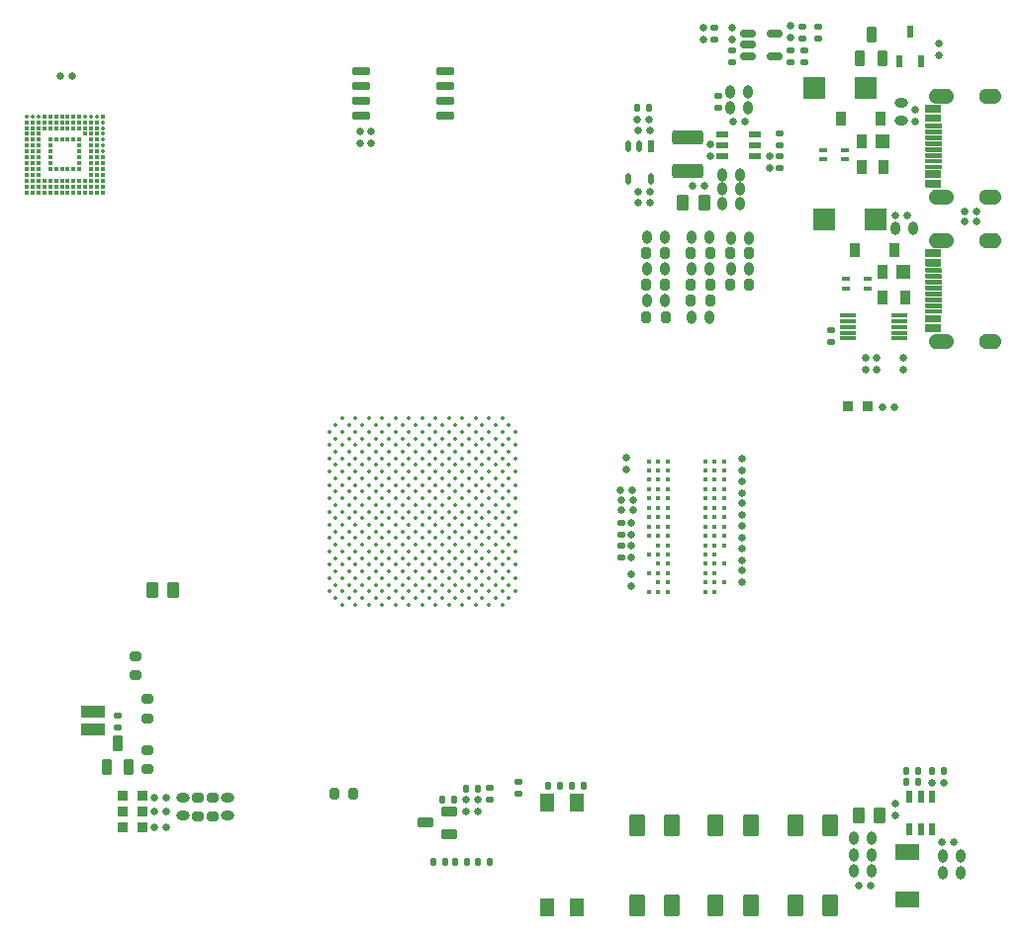
<source format=gbr>
G04 #@! TF.GenerationSoftware,KiCad,Pcbnew,7.0.2*
G04 #@! TF.CreationDate,2023-08-14T15:49:25+08:00*
G04 #@! TF.ProjectId,HPM1500_DDR2_CORE_RevA,48504d31-3530-4305-9f44-4452325f434f,rev?*
G04 #@! TF.SameCoordinates,Original*
G04 #@! TF.FileFunction,Paste,Top*
G04 #@! TF.FilePolarity,Positive*
%FSLAX46Y46*%
G04 Gerber Fmt 4.6, Leading zero omitted, Abs format (unit mm)*
G04 Created by KiCad (PCBNEW 7.0.2) date 2023-08-14 15:49:25*
%MOMM*%
%LPD*%
G01*
G04 APERTURE LIST*
G04 Aperture macros list*
%AMRoundRect*
0 Rectangle with rounded corners*
0 $1 Rounding radius*
0 $2 $3 $4 $5 $6 $7 $8 $9 X,Y pos of 4 corners*
0 Add a 4 corners polygon primitive as box body*
4,1,4,$2,$3,$4,$5,$6,$7,$8,$9,$2,$3,0*
0 Add four circle primitives for the rounded corners*
1,1,$1+$1,$2,$3*
1,1,$1+$1,$4,$5*
1,1,$1+$1,$6,$7*
1,1,$1+$1,$8,$9*
0 Add four rect primitives between the rounded corners*
20,1,$1+$1,$2,$3,$4,$5,0*
20,1,$1+$1,$4,$5,$6,$7,0*
20,1,$1+$1,$6,$7,$8,$9,0*
20,1,$1+$1,$8,$9,$2,$3,0*%
G04 Aperture macros list end*
%ADD10C,0.005100*%
%ADD11C,0.421600*%
%ADD12O,0.421600X0.301600*%
%ADD13O,0.301600X0.421600*%
%ADD14C,0.400000*%
%ADD15RoundRect,0.135000X-0.135000X-0.185000X0.135000X-0.185000X0.135000X0.185000X-0.135000X0.185000X0*%
%ADD16RoundRect,0.200000X0.200000X0.275000X-0.200000X0.275000X-0.200000X-0.275000X0.200000X-0.275000X0*%
%ADD17RoundRect,0.135000X-0.185000X0.135000X-0.185000X-0.135000X0.185000X-0.135000X0.185000X0.135000X0*%
%ADD18O,0.889000X1.143000*%
%ADD19RoundRect,0.250000X0.262500X0.450000X-0.262500X0.450000X-0.262500X-0.450000X0.262500X-0.450000X0*%
%ADD20RoundRect,0.200000X-0.200000X-0.275000X0.200000X-0.275000X0.200000X0.275000X-0.200000X0.275000X0*%
%ADD21RoundRect,0.150000X0.650000X0.150000X-0.650000X0.150000X-0.650000X-0.150000X0.650000X-0.150000X0*%
%ADD22RoundRect,0.050800X-0.625000X-0.350000X0.625000X-0.350000X0.625000X0.350000X-0.625000X0.350000X0*%
%ADD23C,0.635000*%
%ADD24RoundRect,0.200000X-0.275000X0.200000X-0.275000X-0.200000X0.275000X-0.200000X0.275000X0.200000X0*%
%ADD25R,0.750000X0.400000*%
%ADD26RoundRect,0.135000X0.185000X-0.135000X0.185000X0.135000X-0.185000X0.135000X-0.185000X-0.135000X0*%
%ADD27RoundRect,0.150000X-0.512500X-0.150000X0.512500X-0.150000X0.512500X0.150000X-0.512500X0.150000X0*%
%ADD28RoundRect,0.050800X-0.350000X0.625000X-0.350000X-0.625000X0.350000X-0.625000X0.350000X0.625000X0*%
%ADD29RoundRect,0.050800X0.599450X-0.849650X0.599450X0.849650X-0.599450X0.849650X-0.599450X-0.849650X0*%
%ADD30RoundRect,0.250000X-0.262500X-0.450000X0.262500X-0.450000X0.262500X0.450000X-0.262500X0.450000X0*%
%ADD31RoundRect,0.050800X-0.400050X0.400050X-0.400050X-0.400050X0.400050X-0.400050X0.400050X0.400050X0*%
%ADD32R,0.550000X1.000000*%
%ADD33R,1.400000X0.300000*%
%ADD34O,1.143000X0.889000*%
%ADD35RoundRect,0.200000X0.275000X-0.200000X0.275000X0.200000X-0.275000X0.200000X-0.275000X-0.200000X0*%
%ADD36RoundRect,0.250000X-1.075000X0.375000X-1.075000X-0.375000X1.075000X-0.375000X1.075000X0.375000X0*%
%ADD37R,1.168400X1.168400*%
%ADD38R,0.914400X1.168400*%
%ADD39RoundRect,0.135000X0.135000X0.185000X-0.135000X0.185000X-0.135000X-0.185000X0.135000X-0.185000X0*%
%ADD40R,0.950000X1.150000*%
%ADD41R,2.120000X1.400000*%
%ADD42RoundRect,0.050800X-0.900450X-0.849650X0.900450X-0.849650X0.900450X0.849650X-0.900450X0.849650X0*%
%ADD43RoundRect,0.050800X-0.549900X-0.750550X0.549900X-0.750550X0.549900X0.750550X-0.549900X0.750550X0*%
%ADD44C,0.350000*%
%ADD45R,0.600000X1.070000*%
%ADD46R,1.000000X0.550000*%
%ADD47RoundRect,0.050800X-1.000000X-0.450000X1.000000X-0.450000X1.000000X0.450000X-1.000000X0.450000X0*%
%ADD48RoundRect,0.050000X0.650000X-0.150000X0.650000X0.150000X-0.650000X0.150000X-0.650000X-0.150000X0*%
%ADD49R,0.508000X1.016000*%
%ADD50O,0.508000X1.016000*%
G04 APERTURE END LIST*
D10*
X194109700Y-66180900D02*
X194139600Y-66183100D01*
X194169300Y-66186900D01*
X194198700Y-66192100D01*
X194227900Y-66198700D01*
X194256700Y-66206800D01*
X194285000Y-66216400D01*
X194312900Y-66227300D01*
X194340200Y-66239600D01*
X194366800Y-66253200D01*
X194392700Y-66268200D01*
X194417800Y-66284400D01*
X194442100Y-66301900D01*
X194465500Y-66320500D01*
X194487900Y-66340300D01*
X194509300Y-66361200D01*
X194529700Y-66383200D01*
X194548900Y-66406100D01*
X194567000Y-66429900D01*
X194583800Y-66454600D01*
X194599400Y-66480200D01*
X194613800Y-66506400D01*
X194626700Y-66533400D01*
X194638400Y-66561000D01*
X194648600Y-66589100D01*
X194657400Y-66617700D01*
X194664800Y-66646700D01*
X194670700Y-66676000D01*
X194675200Y-66705600D01*
X194678200Y-66735300D01*
X194679700Y-66765200D01*
X194679700Y-66795100D01*
X194678200Y-66825000D01*
X194675200Y-66854800D01*
X194670700Y-66884400D01*
X194664800Y-66913700D01*
X194657400Y-66942700D01*
X194648600Y-66971300D01*
X194638400Y-66999400D01*
X194626700Y-67026900D01*
X194613800Y-67053900D01*
X194599400Y-67080200D01*
X194583800Y-67105700D01*
X194567000Y-67130400D01*
X194548900Y-67154300D01*
X194529700Y-67177200D01*
X194509300Y-67199100D01*
X194487900Y-67220000D01*
X194465500Y-67239800D01*
X194442100Y-67258400D01*
X194417800Y-67275900D01*
X194392700Y-67292100D01*
X194366800Y-67307100D01*
X194340200Y-67320800D01*
X194312900Y-67333000D01*
X194285000Y-67344000D01*
X194256700Y-67353500D01*
X194227900Y-67361600D01*
X194198700Y-67368300D01*
X194169300Y-67373500D01*
X194139600Y-67377200D01*
X194109700Y-67379400D01*
X194079800Y-67380200D01*
X193479800Y-67380200D01*
X193449900Y-67379400D01*
X193420100Y-67377200D01*
X193390400Y-67373500D01*
X193360900Y-67368300D01*
X193331800Y-67361600D01*
X193303000Y-67353500D01*
X193274600Y-67344000D01*
X193246800Y-67333000D01*
X193219500Y-67320800D01*
X193192900Y-67307100D01*
X193167000Y-67292100D01*
X193141800Y-67275900D01*
X193117600Y-67258400D01*
X193094200Y-67239800D01*
X193071700Y-67220000D01*
X193050300Y-67199100D01*
X193030000Y-67177200D01*
X193010700Y-67154300D01*
X192992700Y-67130400D01*
X192975800Y-67105700D01*
X192960200Y-67080200D01*
X192945900Y-67053900D01*
X192932900Y-67026900D01*
X192921300Y-66999400D01*
X192911100Y-66971300D01*
X192902300Y-66942700D01*
X192894900Y-66913700D01*
X192889000Y-66884400D01*
X192884500Y-66854800D01*
X192881500Y-66825000D01*
X192880000Y-66795100D01*
X192880000Y-66765200D01*
X192881500Y-66735300D01*
X192884500Y-66705600D01*
X192889000Y-66676000D01*
X192894900Y-66646700D01*
X192902300Y-66617700D01*
X192911100Y-66589100D01*
X192921300Y-66561000D01*
X192932900Y-66533400D01*
X192945900Y-66506400D01*
X192960200Y-66480200D01*
X192975800Y-66454600D01*
X192992700Y-66429900D01*
X193010700Y-66406100D01*
X193030000Y-66383200D01*
X193050300Y-66361200D01*
X193071700Y-66340300D01*
X193094200Y-66320500D01*
X193117600Y-66301900D01*
X193141800Y-66284400D01*
X193167000Y-66268200D01*
X193192900Y-66253200D01*
X193219500Y-66239600D01*
X193246800Y-66227300D01*
X193274600Y-66216400D01*
X193303000Y-66206800D01*
X193331800Y-66198700D01*
X193360900Y-66192100D01*
X193390400Y-66186900D01*
X193420100Y-66183100D01*
X193449900Y-66180900D01*
X193479800Y-66180200D01*
X194079800Y-66180200D01*
X194109700Y-66180900D01*
G36*
X194109700Y-66180900D02*
G01*
X194139600Y-66183100D01*
X194169300Y-66186900D01*
X194198700Y-66192100D01*
X194227900Y-66198700D01*
X194256700Y-66206800D01*
X194285000Y-66216400D01*
X194312900Y-66227300D01*
X194340200Y-66239600D01*
X194366800Y-66253200D01*
X194392700Y-66268200D01*
X194417800Y-66284400D01*
X194442100Y-66301900D01*
X194465500Y-66320500D01*
X194487900Y-66340300D01*
X194509300Y-66361200D01*
X194529700Y-66383200D01*
X194548900Y-66406100D01*
X194567000Y-66429900D01*
X194583800Y-66454600D01*
X194599400Y-66480200D01*
X194613800Y-66506400D01*
X194626700Y-66533400D01*
X194638400Y-66561000D01*
X194648600Y-66589100D01*
X194657400Y-66617700D01*
X194664800Y-66646700D01*
X194670700Y-66676000D01*
X194675200Y-66705600D01*
X194678200Y-66735300D01*
X194679700Y-66765200D01*
X194679700Y-66795100D01*
X194678200Y-66825000D01*
X194675200Y-66854800D01*
X194670700Y-66884400D01*
X194664800Y-66913700D01*
X194657400Y-66942700D01*
X194648600Y-66971300D01*
X194638400Y-66999400D01*
X194626700Y-67026900D01*
X194613800Y-67053900D01*
X194599400Y-67080200D01*
X194583800Y-67105700D01*
X194567000Y-67130400D01*
X194548900Y-67154300D01*
X194529700Y-67177200D01*
X194509300Y-67199100D01*
X194487900Y-67220000D01*
X194465500Y-67239800D01*
X194442100Y-67258400D01*
X194417800Y-67275900D01*
X194392700Y-67292100D01*
X194366800Y-67307100D01*
X194340200Y-67320800D01*
X194312900Y-67333000D01*
X194285000Y-67344000D01*
X194256700Y-67353500D01*
X194227900Y-67361600D01*
X194198700Y-67368300D01*
X194169300Y-67373500D01*
X194139600Y-67377200D01*
X194109700Y-67379400D01*
X194079800Y-67380200D01*
X193479800Y-67380200D01*
X193449900Y-67379400D01*
X193420100Y-67377200D01*
X193390400Y-67373500D01*
X193360900Y-67368300D01*
X193331800Y-67361600D01*
X193303000Y-67353500D01*
X193274600Y-67344000D01*
X193246800Y-67333000D01*
X193219500Y-67320800D01*
X193192900Y-67307100D01*
X193167000Y-67292100D01*
X193141800Y-67275900D01*
X193117600Y-67258400D01*
X193094200Y-67239800D01*
X193071700Y-67220000D01*
X193050300Y-67199100D01*
X193030000Y-67177200D01*
X193010700Y-67154300D01*
X192992700Y-67130400D01*
X192975800Y-67105700D01*
X192960200Y-67080200D01*
X192945900Y-67053900D01*
X192932900Y-67026900D01*
X192921300Y-66999400D01*
X192911100Y-66971300D01*
X192902300Y-66942700D01*
X192894900Y-66913700D01*
X192889000Y-66884400D01*
X192884500Y-66854800D01*
X192881500Y-66825000D01*
X192880000Y-66795100D01*
X192880000Y-66765200D01*
X192881500Y-66735300D01*
X192884500Y-66705600D01*
X192889000Y-66676000D01*
X192894900Y-66646700D01*
X192902300Y-66617700D01*
X192911100Y-66589100D01*
X192921300Y-66561000D01*
X192932900Y-66533400D01*
X192945900Y-66506400D01*
X192960200Y-66480200D01*
X192975800Y-66454600D01*
X192992700Y-66429900D01*
X193010700Y-66406100D01*
X193030000Y-66383200D01*
X193050300Y-66361200D01*
X193071700Y-66340300D01*
X193094200Y-66320500D01*
X193117600Y-66301900D01*
X193141800Y-66284400D01*
X193167000Y-66268200D01*
X193192900Y-66253200D01*
X193219500Y-66239600D01*
X193246800Y-66227300D01*
X193274600Y-66216400D01*
X193303000Y-66206800D01*
X193331800Y-66198700D01*
X193360900Y-66192100D01*
X193390400Y-66186900D01*
X193420100Y-66183100D01*
X193449900Y-66180900D01*
X193479800Y-66180200D01*
X194079800Y-66180200D01*
X194109700Y-66180900D01*
G37*
X190029600Y-66180900D02*
X190059500Y-66183100D01*
X190089200Y-66186900D01*
X190118700Y-66192100D01*
X190147800Y-66198700D01*
X190176600Y-66206800D01*
X190205000Y-66216400D01*
X190232800Y-66227300D01*
X190260100Y-66239600D01*
X190286700Y-66253200D01*
X190312600Y-66268200D01*
X190337800Y-66284400D01*
X190362000Y-66301900D01*
X190385400Y-66320500D01*
X190407900Y-66340300D01*
X190429300Y-66361200D01*
X190449600Y-66383200D01*
X190468800Y-66406100D01*
X190486900Y-66429900D01*
X190503800Y-66454600D01*
X190519400Y-66480200D01*
X190533700Y-66506400D01*
X190546700Y-66533400D01*
X190558300Y-66561000D01*
X190568500Y-66589100D01*
X190577300Y-66617700D01*
X190584700Y-66646700D01*
X190590600Y-66676000D01*
X190595100Y-66705600D01*
X190598100Y-66735300D01*
X190599600Y-66765200D01*
X190599600Y-66795100D01*
X190598100Y-66825000D01*
X190595100Y-66854800D01*
X190590600Y-66884400D01*
X190584700Y-66913700D01*
X190577300Y-66942700D01*
X190568500Y-66971300D01*
X190558300Y-66999400D01*
X190546700Y-67026900D01*
X190533700Y-67053900D01*
X190519400Y-67080200D01*
X190503800Y-67105700D01*
X190486900Y-67130400D01*
X190468800Y-67154300D01*
X190449600Y-67177200D01*
X190429300Y-67199100D01*
X190407900Y-67220000D01*
X190385400Y-67239800D01*
X190362000Y-67258400D01*
X190337800Y-67275900D01*
X190312600Y-67292100D01*
X190286700Y-67307100D01*
X190260100Y-67320800D01*
X190232800Y-67333000D01*
X190205000Y-67344000D01*
X190176600Y-67353500D01*
X190147800Y-67361600D01*
X190118700Y-67368300D01*
X190089200Y-67373500D01*
X190059500Y-67377200D01*
X190029600Y-67379400D01*
X189999800Y-67380200D01*
X189199800Y-67380200D01*
X189169900Y-67379400D01*
X189140000Y-67377200D01*
X189110300Y-67373500D01*
X189080900Y-67368300D01*
X189051700Y-67361600D01*
X189022900Y-67353500D01*
X188994500Y-67344000D01*
X188966700Y-67333000D01*
X188939400Y-67320800D01*
X188912800Y-67307100D01*
X188886900Y-67292100D01*
X188861800Y-67275900D01*
X188837500Y-67258400D01*
X188814100Y-67239800D01*
X188791700Y-67220000D01*
X188770200Y-67199100D01*
X188749900Y-67177200D01*
X188730700Y-67154300D01*
X188712600Y-67130400D01*
X188695700Y-67105700D01*
X188680100Y-67080200D01*
X188665800Y-67053900D01*
X188652800Y-67026900D01*
X188641200Y-66999400D01*
X188631000Y-66971300D01*
X188622200Y-66942700D01*
X188614800Y-66913700D01*
X188608900Y-66884400D01*
X188604400Y-66854800D01*
X188601400Y-66825000D01*
X188599900Y-66795100D01*
X188599900Y-66765200D01*
X188601400Y-66735300D01*
X188604400Y-66705600D01*
X188608900Y-66676000D01*
X188614800Y-66646700D01*
X188622200Y-66617700D01*
X188631000Y-66589100D01*
X188641200Y-66561000D01*
X188652800Y-66533400D01*
X188665800Y-66506400D01*
X188680100Y-66480200D01*
X188695700Y-66454600D01*
X188712600Y-66429900D01*
X188730700Y-66406100D01*
X188749900Y-66383200D01*
X188770200Y-66361200D01*
X188791700Y-66340300D01*
X188814100Y-66320500D01*
X188837500Y-66301900D01*
X188861800Y-66284400D01*
X188886900Y-66268200D01*
X188912800Y-66253200D01*
X188939400Y-66239600D01*
X188966700Y-66227300D01*
X188994500Y-66216400D01*
X189022900Y-66206800D01*
X189051700Y-66198700D01*
X189080900Y-66192100D01*
X189110300Y-66186900D01*
X189140000Y-66183100D01*
X189169900Y-66180900D01*
X189199800Y-66180200D01*
X189999800Y-66180200D01*
X190029600Y-66180900D01*
G36*
X190029600Y-66180900D02*
G01*
X190059500Y-66183100D01*
X190089200Y-66186900D01*
X190118700Y-66192100D01*
X190147800Y-66198700D01*
X190176600Y-66206800D01*
X190205000Y-66216400D01*
X190232800Y-66227300D01*
X190260100Y-66239600D01*
X190286700Y-66253200D01*
X190312600Y-66268200D01*
X190337800Y-66284400D01*
X190362000Y-66301900D01*
X190385400Y-66320500D01*
X190407900Y-66340300D01*
X190429300Y-66361200D01*
X190449600Y-66383200D01*
X190468800Y-66406100D01*
X190486900Y-66429900D01*
X190503800Y-66454600D01*
X190519400Y-66480200D01*
X190533700Y-66506400D01*
X190546700Y-66533400D01*
X190558300Y-66561000D01*
X190568500Y-66589100D01*
X190577300Y-66617700D01*
X190584700Y-66646700D01*
X190590600Y-66676000D01*
X190595100Y-66705600D01*
X190598100Y-66735300D01*
X190599600Y-66765200D01*
X190599600Y-66795100D01*
X190598100Y-66825000D01*
X190595100Y-66854800D01*
X190590600Y-66884400D01*
X190584700Y-66913700D01*
X190577300Y-66942700D01*
X190568500Y-66971300D01*
X190558300Y-66999400D01*
X190546700Y-67026900D01*
X190533700Y-67053900D01*
X190519400Y-67080200D01*
X190503800Y-67105700D01*
X190486900Y-67130400D01*
X190468800Y-67154300D01*
X190449600Y-67177200D01*
X190429300Y-67199100D01*
X190407900Y-67220000D01*
X190385400Y-67239800D01*
X190362000Y-67258400D01*
X190337800Y-67275900D01*
X190312600Y-67292100D01*
X190286700Y-67307100D01*
X190260100Y-67320800D01*
X190232800Y-67333000D01*
X190205000Y-67344000D01*
X190176600Y-67353500D01*
X190147800Y-67361600D01*
X190118700Y-67368300D01*
X190089200Y-67373500D01*
X190059500Y-67377200D01*
X190029600Y-67379400D01*
X189999800Y-67380200D01*
X189199800Y-67380200D01*
X189169900Y-67379400D01*
X189140000Y-67377200D01*
X189110300Y-67373500D01*
X189080900Y-67368300D01*
X189051700Y-67361600D01*
X189022900Y-67353500D01*
X188994500Y-67344000D01*
X188966700Y-67333000D01*
X188939400Y-67320800D01*
X188912800Y-67307100D01*
X188886900Y-67292100D01*
X188861800Y-67275900D01*
X188837500Y-67258400D01*
X188814100Y-67239800D01*
X188791700Y-67220000D01*
X188770200Y-67199100D01*
X188749900Y-67177200D01*
X188730700Y-67154300D01*
X188712600Y-67130400D01*
X188695700Y-67105700D01*
X188680100Y-67080200D01*
X188665800Y-67053900D01*
X188652800Y-67026900D01*
X188641200Y-66999400D01*
X188631000Y-66971300D01*
X188622200Y-66942700D01*
X188614800Y-66913700D01*
X188608900Y-66884400D01*
X188604400Y-66854800D01*
X188601400Y-66825000D01*
X188599900Y-66795100D01*
X188599900Y-66765200D01*
X188601400Y-66735300D01*
X188604400Y-66705600D01*
X188608900Y-66676000D01*
X188614800Y-66646700D01*
X188622200Y-66617700D01*
X188631000Y-66589100D01*
X188641200Y-66561000D01*
X188652800Y-66533400D01*
X188665800Y-66506400D01*
X188680100Y-66480200D01*
X188695700Y-66454600D01*
X188712600Y-66429900D01*
X188730700Y-66406100D01*
X188749900Y-66383200D01*
X188770200Y-66361200D01*
X188791700Y-66340300D01*
X188814100Y-66320500D01*
X188837500Y-66301900D01*
X188861800Y-66284400D01*
X188886900Y-66268200D01*
X188912800Y-66253200D01*
X188939400Y-66239600D01*
X188966700Y-66227300D01*
X188994500Y-66216400D01*
X189022900Y-66206800D01*
X189051700Y-66198700D01*
X189080900Y-66192100D01*
X189110300Y-66186900D01*
X189140000Y-66183100D01*
X189169900Y-66180900D01*
X189199800Y-66180200D01*
X189999800Y-66180200D01*
X190029600Y-66180900D01*
G37*
X194109700Y-74821000D02*
X194139600Y-74823200D01*
X194169300Y-74826900D01*
X194198700Y-74832100D01*
X194227900Y-74838800D01*
X194256700Y-74846900D01*
X194285000Y-74856400D01*
X194312900Y-74867400D01*
X194340200Y-74879600D01*
X194366800Y-74893300D01*
X194392700Y-74908300D01*
X194417800Y-74924500D01*
X194442100Y-74941900D01*
X194465500Y-74960600D01*
X194487900Y-74980400D01*
X194509300Y-75001300D01*
X194529700Y-75023200D01*
X194548900Y-75046100D01*
X194567000Y-75070000D01*
X194583800Y-75094700D01*
X194599400Y-75120200D01*
X194613800Y-75146500D01*
X194626700Y-75173500D01*
X194638400Y-75201000D01*
X194648600Y-75229100D01*
X194657400Y-75257700D01*
X194664800Y-75286700D01*
X194670700Y-75316000D01*
X194675200Y-75345600D01*
X194678200Y-75375400D01*
X194679700Y-75405300D01*
X194679700Y-75435200D01*
X194678200Y-75465100D01*
X194675200Y-75494800D01*
X194670700Y-75524400D01*
X194664800Y-75553700D01*
X194657400Y-75582700D01*
X194648600Y-75611300D01*
X194638400Y-75639400D01*
X194626700Y-75667000D01*
X194613800Y-75694000D01*
X194599400Y-75720200D01*
X194583800Y-75745800D01*
X194567000Y-75770500D01*
X194548900Y-75794300D01*
X194529700Y-75817200D01*
X194509300Y-75839200D01*
X194487900Y-75860100D01*
X194465500Y-75879900D01*
X194442100Y-75898500D01*
X194417800Y-75916000D01*
X194392700Y-75932200D01*
X194366800Y-75947200D01*
X194340200Y-75960800D01*
X194312900Y-75973100D01*
X194285000Y-75984000D01*
X194256700Y-75993600D01*
X194227900Y-76001700D01*
X194198700Y-76008300D01*
X194169300Y-76013500D01*
X194139600Y-76017300D01*
X194109700Y-76019500D01*
X194079800Y-76020200D01*
X193479800Y-76020200D01*
X193449900Y-76019500D01*
X193420100Y-76017300D01*
X193390400Y-76013500D01*
X193360900Y-76008300D01*
X193331800Y-76001700D01*
X193303000Y-75993600D01*
X193274600Y-75984000D01*
X193246800Y-75973100D01*
X193219500Y-75960800D01*
X193192900Y-75947200D01*
X193167000Y-75932200D01*
X193141800Y-75916000D01*
X193117600Y-75898500D01*
X193094200Y-75879900D01*
X193071700Y-75860100D01*
X193050300Y-75839200D01*
X193030000Y-75817200D01*
X193010700Y-75794300D01*
X192992700Y-75770500D01*
X192975800Y-75745800D01*
X192960200Y-75720200D01*
X192945900Y-75694000D01*
X192932900Y-75667000D01*
X192921300Y-75639400D01*
X192911100Y-75611300D01*
X192902300Y-75582700D01*
X192894900Y-75553700D01*
X192889000Y-75524400D01*
X192884500Y-75494800D01*
X192881500Y-75465100D01*
X192880000Y-75435200D01*
X192880000Y-75405300D01*
X192881500Y-75375400D01*
X192884500Y-75345600D01*
X192889000Y-75316000D01*
X192894900Y-75286700D01*
X192902300Y-75257700D01*
X192911100Y-75229100D01*
X192921300Y-75201000D01*
X192932900Y-75173500D01*
X192945900Y-75146500D01*
X192960200Y-75120200D01*
X192975800Y-75094700D01*
X192992700Y-75070000D01*
X193010700Y-75046100D01*
X193030000Y-75023200D01*
X193050300Y-75001300D01*
X193071700Y-74980400D01*
X193094200Y-74960600D01*
X193117600Y-74941900D01*
X193141800Y-74924500D01*
X193167000Y-74908300D01*
X193192900Y-74893300D01*
X193219500Y-74879600D01*
X193246800Y-74867400D01*
X193274600Y-74856400D01*
X193303000Y-74846900D01*
X193331800Y-74838800D01*
X193360900Y-74832100D01*
X193390400Y-74826900D01*
X193420100Y-74823200D01*
X193449900Y-74821000D01*
X193479800Y-74820200D01*
X194079800Y-74820200D01*
X194109700Y-74821000D01*
G36*
X194109700Y-74821000D02*
G01*
X194139600Y-74823200D01*
X194169300Y-74826900D01*
X194198700Y-74832100D01*
X194227900Y-74838800D01*
X194256700Y-74846900D01*
X194285000Y-74856400D01*
X194312900Y-74867400D01*
X194340200Y-74879600D01*
X194366800Y-74893300D01*
X194392700Y-74908300D01*
X194417800Y-74924500D01*
X194442100Y-74941900D01*
X194465500Y-74960600D01*
X194487900Y-74980400D01*
X194509300Y-75001300D01*
X194529700Y-75023200D01*
X194548900Y-75046100D01*
X194567000Y-75070000D01*
X194583800Y-75094700D01*
X194599400Y-75120200D01*
X194613800Y-75146500D01*
X194626700Y-75173500D01*
X194638400Y-75201000D01*
X194648600Y-75229100D01*
X194657400Y-75257700D01*
X194664800Y-75286700D01*
X194670700Y-75316000D01*
X194675200Y-75345600D01*
X194678200Y-75375400D01*
X194679700Y-75405300D01*
X194679700Y-75435200D01*
X194678200Y-75465100D01*
X194675200Y-75494800D01*
X194670700Y-75524400D01*
X194664800Y-75553700D01*
X194657400Y-75582700D01*
X194648600Y-75611300D01*
X194638400Y-75639400D01*
X194626700Y-75667000D01*
X194613800Y-75694000D01*
X194599400Y-75720200D01*
X194583800Y-75745800D01*
X194567000Y-75770500D01*
X194548900Y-75794300D01*
X194529700Y-75817200D01*
X194509300Y-75839200D01*
X194487900Y-75860100D01*
X194465500Y-75879900D01*
X194442100Y-75898500D01*
X194417800Y-75916000D01*
X194392700Y-75932200D01*
X194366800Y-75947200D01*
X194340200Y-75960800D01*
X194312900Y-75973100D01*
X194285000Y-75984000D01*
X194256700Y-75993600D01*
X194227900Y-76001700D01*
X194198700Y-76008300D01*
X194169300Y-76013500D01*
X194139600Y-76017300D01*
X194109700Y-76019500D01*
X194079800Y-76020200D01*
X193479800Y-76020200D01*
X193449900Y-76019500D01*
X193420100Y-76017300D01*
X193390400Y-76013500D01*
X193360900Y-76008300D01*
X193331800Y-76001700D01*
X193303000Y-75993600D01*
X193274600Y-75984000D01*
X193246800Y-75973100D01*
X193219500Y-75960800D01*
X193192900Y-75947200D01*
X193167000Y-75932200D01*
X193141800Y-75916000D01*
X193117600Y-75898500D01*
X193094200Y-75879900D01*
X193071700Y-75860100D01*
X193050300Y-75839200D01*
X193030000Y-75817200D01*
X193010700Y-75794300D01*
X192992700Y-75770500D01*
X192975800Y-75745800D01*
X192960200Y-75720200D01*
X192945900Y-75694000D01*
X192932900Y-75667000D01*
X192921300Y-75639400D01*
X192911100Y-75611300D01*
X192902300Y-75582700D01*
X192894900Y-75553700D01*
X192889000Y-75524400D01*
X192884500Y-75494800D01*
X192881500Y-75465100D01*
X192880000Y-75435200D01*
X192880000Y-75405300D01*
X192881500Y-75375400D01*
X192884500Y-75345600D01*
X192889000Y-75316000D01*
X192894900Y-75286700D01*
X192902300Y-75257700D01*
X192911100Y-75229100D01*
X192921300Y-75201000D01*
X192932900Y-75173500D01*
X192945900Y-75146500D01*
X192960200Y-75120200D01*
X192975800Y-75094700D01*
X192992700Y-75070000D01*
X193010700Y-75046100D01*
X193030000Y-75023200D01*
X193050300Y-75001300D01*
X193071700Y-74980400D01*
X193094200Y-74960600D01*
X193117600Y-74941900D01*
X193141800Y-74924500D01*
X193167000Y-74908300D01*
X193192900Y-74893300D01*
X193219500Y-74879600D01*
X193246800Y-74867400D01*
X193274600Y-74856400D01*
X193303000Y-74846900D01*
X193331800Y-74838800D01*
X193360900Y-74832100D01*
X193390400Y-74826900D01*
X193420100Y-74823200D01*
X193449900Y-74821000D01*
X193479800Y-74820200D01*
X194079800Y-74820200D01*
X194109700Y-74821000D01*
G37*
X190029600Y-74821000D02*
X190059500Y-74823200D01*
X190089200Y-74826900D01*
X190118700Y-74832100D01*
X190147800Y-74838800D01*
X190176600Y-74846900D01*
X190205000Y-74856400D01*
X190232800Y-74867400D01*
X190260100Y-74879600D01*
X190286700Y-74893300D01*
X190312600Y-74908300D01*
X190337800Y-74924500D01*
X190362000Y-74941900D01*
X190385400Y-74960600D01*
X190407900Y-74980400D01*
X190429300Y-75001300D01*
X190449600Y-75023200D01*
X190468800Y-75046100D01*
X190486900Y-75070000D01*
X190503800Y-75094700D01*
X190519400Y-75120200D01*
X190533700Y-75146500D01*
X190546700Y-75173500D01*
X190558300Y-75201000D01*
X190568500Y-75229100D01*
X190577300Y-75257700D01*
X190584700Y-75286700D01*
X190590600Y-75316000D01*
X190595100Y-75345600D01*
X190598100Y-75375400D01*
X190599600Y-75405300D01*
X190599600Y-75435200D01*
X190598100Y-75465100D01*
X190595100Y-75494800D01*
X190590600Y-75524400D01*
X190584700Y-75553700D01*
X190577300Y-75582700D01*
X190568500Y-75611300D01*
X190558300Y-75639400D01*
X190546700Y-75667000D01*
X190533700Y-75694000D01*
X190519400Y-75720200D01*
X190503800Y-75745800D01*
X190486900Y-75770500D01*
X190468800Y-75794300D01*
X190449600Y-75817200D01*
X190429300Y-75839200D01*
X190407900Y-75860100D01*
X190385400Y-75879900D01*
X190362000Y-75898500D01*
X190337800Y-75916000D01*
X190312600Y-75932200D01*
X190286700Y-75947200D01*
X190260100Y-75960800D01*
X190232800Y-75973100D01*
X190205000Y-75984000D01*
X190176600Y-75993600D01*
X190147800Y-76001700D01*
X190118700Y-76008300D01*
X190089200Y-76013500D01*
X190059500Y-76017300D01*
X190029600Y-76019500D01*
X189999800Y-76020200D01*
X189199800Y-76020200D01*
X189169900Y-76019500D01*
X189140000Y-76017300D01*
X189110300Y-76013500D01*
X189080900Y-76008300D01*
X189051700Y-76001700D01*
X189022900Y-75993600D01*
X188994500Y-75984000D01*
X188966700Y-75973100D01*
X188939400Y-75960800D01*
X188912800Y-75947200D01*
X188886900Y-75932200D01*
X188861800Y-75916000D01*
X188837500Y-75898500D01*
X188814100Y-75879900D01*
X188791700Y-75860100D01*
X188770200Y-75839200D01*
X188749900Y-75817200D01*
X188730700Y-75794300D01*
X188712600Y-75770500D01*
X188695700Y-75745800D01*
X188680100Y-75720200D01*
X188665800Y-75694000D01*
X188652800Y-75667000D01*
X188641200Y-75639400D01*
X188631000Y-75611300D01*
X188622200Y-75582700D01*
X188614800Y-75553700D01*
X188608900Y-75524400D01*
X188604400Y-75494800D01*
X188601400Y-75465100D01*
X188599900Y-75435200D01*
X188599900Y-75405300D01*
X188601400Y-75375400D01*
X188604400Y-75345600D01*
X188608900Y-75316000D01*
X188614800Y-75286700D01*
X188622200Y-75257700D01*
X188631000Y-75229100D01*
X188641200Y-75201000D01*
X188652800Y-75173500D01*
X188665800Y-75146500D01*
X188680100Y-75120200D01*
X188695700Y-75094700D01*
X188712600Y-75070000D01*
X188730700Y-75046100D01*
X188749900Y-75023200D01*
X188770200Y-75001300D01*
X188791700Y-74980400D01*
X188814100Y-74960600D01*
X188837500Y-74941900D01*
X188861800Y-74924500D01*
X188886900Y-74908300D01*
X188912800Y-74893300D01*
X188939400Y-74879600D01*
X188966700Y-74867400D01*
X188994500Y-74856400D01*
X189022900Y-74846900D01*
X189051700Y-74838800D01*
X189080900Y-74832100D01*
X189110300Y-74826900D01*
X189140000Y-74823200D01*
X189169900Y-74821000D01*
X189199800Y-74820200D01*
X189999800Y-74820200D01*
X190029600Y-74821000D01*
G36*
X190029600Y-74821000D02*
G01*
X190059500Y-74823200D01*
X190089200Y-74826900D01*
X190118700Y-74832100D01*
X190147800Y-74838800D01*
X190176600Y-74846900D01*
X190205000Y-74856400D01*
X190232800Y-74867400D01*
X190260100Y-74879600D01*
X190286700Y-74893300D01*
X190312600Y-74908300D01*
X190337800Y-74924500D01*
X190362000Y-74941900D01*
X190385400Y-74960600D01*
X190407900Y-74980400D01*
X190429300Y-75001300D01*
X190449600Y-75023200D01*
X190468800Y-75046100D01*
X190486900Y-75070000D01*
X190503800Y-75094700D01*
X190519400Y-75120200D01*
X190533700Y-75146500D01*
X190546700Y-75173500D01*
X190558300Y-75201000D01*
X190568500Y-75229100D01*
X190577300Y-75257700D01*
X190584700Y-75286700D01*
X190590600Y-75316000D01*
X190595100Y-75345600D01*
X190598100Y-75375400D01*
X190599600Y-75405300D01*
X190599600Y-75435200D01*
X190598100Y-75465100D01*
X190595100Y-75494800D01*
X190590600Y-75524400D01*
X190584700Y-75553700D01*
X190577300Y-75582700D01*
X190568500Y-75611300D01*
X190558300Y-75639400D01*
X190546700Y-75667000D01*
X190533700Y-75694000D01*
X190519400Y-75720200D01*
X190503800Y-75745800D01*
X190486900Y-75770500D01*
X190468800Y-75794300D01*
X190449600Y-75817200D01*
X190429300Y-75839200D01*
X190407900Y-75860100D01*
X190385400Y-75879900D01*
X190362000Y-75898500D01*
X190337800Y-75916000D01*
X190312600Y-75932200D01*
X190286700Y-75947200D01*
X190260100Y-75960800D01*
X190232800Y-75973100D01*
X190205000Y-75984000D01*
X190176600Y-75993600D01*
X190147800Y-76001700D01*
X190118700Y-76008300D01*
X190089200Y-76013500D01*
X190059500Y-76017300D01*
X190029600Y-76019500D01*
X189999800Y-76020200D01*
X189199800Y-76020200D01*
X189169900Y-76019500D01*
X189140000Y-76017300D01*
X189110300Y-76013500D01*
X189080900Y-76008300D01*
X189051700Y-76001700D01*
X189022900Y-75993600D01*
X188994500Y-75984000D01*
X188966700Y-75973100D01*
X188939400Y-75960800D01*
X188912800Y-75947200D01*
X188886900Y-75932200D01*
X188861800Y-75916000D01*
X188837500Y-75898500D01*
X188814100Y-75879900D01*
X188791700Y-75860100D01*
X188770200Y-75839200D01*
X188749900Y-75817200D01*
X188730700Y-75794300D01*
X188712600Y-75770500D01*
X188695700Y-75745800D01*
X188680100Y-75720200D01*
X188665800Y-75694000D01*
X188652800Y-75667000D01*
X188641200Y-75639400D01*
X188631000Y-75611300D01*
X188622200Y-75582700D01*
X188614800Y-75553700D01*
X188608900Y-75524400D01*
X188604400Y-75494800D01*
X188601400Y-75465100D01*
X188599900Y-75435200D01*
X188599900Y-75405300D01*
X188601400Y-75375400D01*
X188604400Y-75345600D01*
X188608900Y-75316000D01*
X188614800Y-75286700D01*
X188622200Y-75257700D01*
X188631000Y-75229100D01*
X188641200Y-75201000D01*
X188652800Y-75173500D01*
X188665800Y-75146500D01*
X188680100Y-75120200D01*
X188695700Y-75094700D01*
X188712600Y-75070000D01*
X188730700Y-75046100D01*
X188749900Y-75023200D01*
X188770200Y-75001300D01*
X188791700Y-74980400D01*
X188814100Y-74960600D01*
X188837500Y-74941900D01*
X188861800Y-74924500D01*
X188886900Y-74908300D01*
X188912800Y-74893300D01*
X188939400Y-74879600D01*
X188966700Y-74867400D01*
X188994500Y-74856400D01*
X189022900Y-74846900D01*
X189051700Y-74838800D01*
X189080900Y-74832100D01*
X189110300Y-74826900D01*
X189140000Y-74823200D01*
X189169900Y-74821000D01*
X189199800Y-74820200D01*
X189999800Y-74820200D01*
X190029600Y-74821000D01*
G37*
X189544900Y-68150000D02*
X188354900Y-68150000D01*
X188354900Y-67650000D01*
X189544900Y-67650000D01*
X189544900Y-68150000D01*
G36*
X189544900Y-68150000D02*
G01*
X188354900Y-68150000D01*
X188354900Y-67650000D01*
X189544900Y-67650000D01*
X189544900Y-68150000D01*
G37*
X189545100Y-68950000D02*
X188355100Y-68950000D01*
X188355100Y-68450000D01*
X189545100Y-68450000D01*
X189545100Y-68950000D01*
G36*
X189545100Y-68950000D02*
G01*
X188355100Y-68950000D01*
X188355100Y-68450000D01*
X189545100Y-68450000D01*
X189545100Y-68950000D01*
G37*
X189594900Y-69500100D02*
X188304900Y-69500100D01*
X188304900Y-69200100D01*
X189594900Y-69200100D01*
X189594900Y-69500100D01*
G36*
X189594900Y-69500100D02*
G01*
X188304900Y-69500100D01*
X188304900Y-69200100D01*
X189594900Y-69200100D01*
X189594900Y-69500100D01*
G37*
X189594900Y-70000500D02*
X188304900Y-70000500D01*
X188304900Y-69700500D01*
X189594900Y-69700500D01*
X189594900Y-70000500D01*
G36*
X189594900Y-70000500D02*
G01*
X188304900Y-70000500D01*
X188304900Y-69700500D01*
X189594900Y-69700500D01*
X189594900Y-70000500D01*
G37*
X189594900Y-70500100D02*
X188304900Y-70500100D01*
X188304900Y-70200100D01*
X189594900Y-70200100D01*
X189594900Y-70500100D01*
G36*
X189594900Y-70500100D02*
G01*
X188304900Y-70500100D01*
X188304900Y-70200100D01*
X189594900Y-70200100D01*
X189594900Y-70500100D01*
G37*
X189594900Y-71000200D02*
X188304900Y-71000200D01*
X188304900Y-70700300D01*
X189594900Y-70700300D01*
X189594900Y-71000200D01*
G36*
X189594900Y-71000200D02*
G01*
X188304900Y-71000200D01*
X188304900Y-70700300D01*
X189594900Y-70700300D01*
X189594900Y-71000200D01*
G37*
X189594900Y-71500100D02*
X188304900Y-71500100D01*
X188304900Y-71200100D01*
X189594900Y-71200100D01*
X189594900Y-71500100D01*
G36*
X189594900Y-71500100D02*
G01*
X188304900Y-71500100D01*
X188304900Y-71200100D01*
X189594900Y-71200100D01*
X189594900Y-71500100D01*
G37*
X189594900Y-72000200D02*
X188304900Y-72000200D01*
X188304900Y-71700200D01*
X189594900Y-71700200D01*
X189594900Y-72000200D01*
G36*
X189594900Y-72000200D02*
G01*
X188304900Y-72000200D01*
X188304900Y-71700200D01*
X189594900Y-71700200D01*
X189594900Y-72000200D01*
G37*
X189594900Y-72500000D02*
X188304900Y-72500000D01*
X188304900Y-72200100D01*
X189594900Y-72200100D01*
X189594900Y-72500000D01*
G36*
X189594900Y-72500000D02*
G01*
X188304900Y-72500000D01*
X188304900Y-72200100D01*
X189594900Y-72200100D01*
X189594900Y-72500000D01*
G37*
X189594900Y-73000200D02*
X188304900Y-73000200D01*
X188304900Y-72700200D01*
X189594900Y-72700200D01*
X189594900Y-73000200D01*
G36*
X189594900Y-73000200D02*
G01*
X188304900Y-73000200D01*
X188304900Y-72700200D01*
X189594900Y-72700200D01*
X189594900Y-73000200D01*
G37*
X189544900Y-73750100D02*
X188354900Y-73750100D01*
X188354900Y-73250100D01*
X189544900Y-73250100D01*
X189544900Y-73750100D01*
G36*
X189544900Y-73750100D02*
G01*
X188354900Y-73750100D01*
X188354900Y-73250100D01*
X189544900Y-73250100D01*
X189544900Y-73750100D01*
G37*
X189544900Y-74550200D02*
X188354900Y-74550200D01*
X188354900Y-74050200D01*
X189544900Y-74050200D01*
X189544900Y-74550200D01*
G36*
X189544900Y-74550200D02*
G01*
X188354900Y-74550200D01*
X188354900Y-74050200D01*
X189544900Y-74050200D01*
X189544900Y-74550200D01*
G37*
X194109700Y-78555700D02*
X194139600Y-78557900D01*
X194169300Y-78561700D01*
X194198700Y-78566900D01*
X194227900Y-78573500D01*
X194256700Y-78581600D01*
X194285000Y-78591200D01*
X194312900Y-78602100D01*
X194340200Y-78614400D01*
X194366800Y-78628000D01*
X194392700Y-78643000D01*
X194417800Y-78659200D01*
X194442100Y-78676700D01*
X194465500Y-78695300D01*
X194487900Y-78715100D01*
X194509300Y-78736000D01*
X194529700Y-78758000D01*
X194548900Y-78780900D01*
X194567000Y-78804700D01*
X194583800Y-78829400D01*
X194599400Y-78855000D01*
X194613800Y-78881200D01*
X194626700Y-78908200D01*
X194638400Y-78935800D01*
X194648600Y-78963900D01*
X194657400Y-78992500D01*
X194664800Y-79021500D01*
X194670700Y-79050800D01*
X194675200Y-79080400D01*
X194678200Y-79110100D01*
X194679700Y-79140000D01*
X194679700Y-79169900D01*
X194678200Y-79199800D01*
X194675200Y-79229600D01*
X194670700Y-79259200D01*
X194664800Y-79288500D01*
X194657400Y-79317500D01*
X194648600Y-79346100D01*
X194638400Y-79374200D01*
X194626700Y-79401700D01*
X194613800Y-79428700D01*
X194599400Y-79455000D01*
X194583800Y-79480500D01*
X194567000Y-79505200D01*
X194548900Y-79529100D01*
X194529700Y-79552000D01*
X194509300Y-79573900D01*
X194487900Y-79594800D01*
X194465500Y-79614600D01*
X194442100Y-79633200D01*
X194417800Y-79650700D01*
X194392700Y-79666900D01*
X194366800Y-79681900D01*
X194340200Y-79695600D01*
X194312900Y-79707800D01*
X194285000Y-79718800D01*
X194256700Y-79728300D01*
X194227900Y-79736400D01*
X194198700Y-79743100D01*
X194169300Y-79748300D01*
X194139600Y-79752000D01*
X194109700Y-79754200D01*
X194079800Y-79755000D01*
X193479800Y-79755000D01*
X193449900Y-79754200D01*
X193420100Y-79752000D01*
X193390400Y-79748300D01*
X193360900Y-79743100D01*
X193331800Y-79736400D01*
X193303000Y-79728300D01*
X193274600Y-79718800D01*
X193246800Y-79707800D01*
X193219500Y-79695600D01*
X193192900Y-79681900D01*
X193167000Y-79666900D01*
X193141800Y-79650700D01*
X193117600Y-79633200D01*
X193094200Y-79614600D01*
X193071700Y-79594800D01*
X193050300Y-79573900D01*
X193030000Y-79552000D01*
X193010700Y-79529100D01*
X192992700Y-79505200D01*
X192975800Y-79480500D01*
X192960200Y-79455000D01*
X192945900Y-79428700D01*
X192932900Y-79401700D01*
X192921300Y-79374200D01*
X192911100Y-79346100D01*
X192902300Y-79317500D01*
X192894900Y-79288500D01*
X192889000Y-79259200D01*
X192884500Y-79229600D01*
X192881500Y-79199800D01*
X192880000Y-79169900D01*
X192880000Y-79140000D01*
X192881500Y-79110100D01*
X192884500Y-79080400D01*
X192889000Y-79050800D01*
X192894900Y-79021500D01*
X192902300Y-78992500D01*
X192911100Y-78963900D01*
X192921300Y-78935800D01*
X192932900Y-78908200D01*
X192945900Y-78881200D01*
X192960200Y-78855000D01*
X192975800Y-78829400D01*
X192992700Y-78804700D01*
X193010700Y-78780900D01*
X193030000Y-78758000D01*
X193050300Y-78736000D01*
X193071700Y-78715100D01*
X193094200Y-78695300D01*
X193117600Y-78676700D01*
X193141800Y-78659200D01*
X193167000Y-78643000D01*
X193192900Y-78628000D01*
X193219500Y-78614400D01*
X193246800Y-78602100D01*
X193274600Y-78591200D01*
X193303000Y-78581600D01*
X193331800Y-78573500D01*
X193360900Y-78566900D01*
X193390400Y-78561700D01*
X193420100Y-78557900D01*
X193449900Y-78555700D01*
X193479800Y-78555000D01*
X194079800Y-78555000D01*
X194109700Y-78555700D01*
G36*
X194109700Y-78555700D02*
G01*
X194139600Y-78557900D01*
X194169300Y-78561700D01*
X194198700Y-78566900D01*
X194227900Y-78573500D01*
X194256700Y-78581600D01*
X194285000Y-78591200D01*
X194312900Y-78602100D01*
X194340200Y-78614400D01*
X194366800Y-78628000D01*
X194392700Y-78643000D01*
X194417800Y-78659200D01*
X194442100Y-78676700D01*
X194465500Y-78695300D01*
X194487900Y-78715100D01*
X194509300Y-78736000D01*
X194529700Y-78758000D01*
X194548900Y-78780900D01*
X194567000Y-78804700D01*
X194583800Y-78829400D01*
X194599400Y-78855000D01*
X194613800Y-78881200D01*
X194626700Y-78908200D01*
X194638400Y-78935800D01*
X194648600Y-78963900D01*
X194657400Y-78992500D01*
X194664800Y-79021500D01*
X194670700Y-79050800D01*
X194675200Y-79080400D01*
X194678200Y-79110100D01*
X194679700Y-79140000D01*
X194679700Y-79169900D01*
X194678200Y-79199800D01*
X194675200Y-79229600D01*
X194670700Y-79259200D01*
X194664800Y-79288500D01*
X194657400Y-79317500D01*
X194648600Y-79346100D01*
X194638400Y-79374200D01*
X194626700Y-79401700D01*
X194613800Y-79428700D01*
X194599400Y-79455000D01*
X194583800Y-79480500D01*
X194567000Y-79505200D01*
X194548900Y-79529100D01*
X194529700Y-79552000D01*
X194509300Y-79573900D01*
X194487900Y-79594800D01*
X194465500Y-79614600D01*
X194442100Y-79633200D01*
X194417800Y-79650700D01*
X194392700Y-79666900D01*
X194366800Y-79681900D01*
X194340200Y-79695600D01*
X194312900Y-79707800D01*
X194285000Y-79718800D01*
X194256700Y-79728300D01*
X194227900Y-79736400D01*
X194198700Y-79743100D01*
X194169300Y-79748300D01*
X194139600Y-79752000D01*
X194109700Y-79754200D01*
X194079800Y-79755000D01*
X193479800Y-79755000D01*
X193449900Y-79754200D01*
X193420100Y-79752000D01*
X193390400Y-79748300D01*
X193360900Y-79743100D01*
X193331800Y-79736400D01*
X193303000Y-79728300D01*
X193274600Y-79718800D01*
X193246800Y-79707800D01*
X193219500Y-79695600D01*
X193192900Y-79681900D01*
X193167000Y-79666900D01*
X193141800Y-79650700D01*
X193117600Y-79633200D01*
X193094200Y-79614600D01*
X193071700Y-79594800D01*
X193050300Y-79573900D01*
X193030000Y-79552000D01*
X193010700Y-79529100D01*
X192992700Y-79505200D01*
X192975800Y-79480500D01*
X192960200Y-79455000D01*
X192945900Y-79428700D01*
X192932900Y-79401700D01*
X192921300Y-79374200D01*
X192911100Y-79346100D01*
X192902300Y-79317500D01*
X192894900Y-79288500D01*
X192889000Y-79259200D01*
X192884500Y-79229600D01*
X192881500Y-79199800D01*
X192880000Y-79169900D01*
X192880000Y-79140000D01*
X192881500Y-79110100D01*
X192884500Y-79080400D01*
X192889000Y-79050800D01*
X192894900Y-79021500D01*
X192902300Y-78992500D01*
X192911100Y-78963900D01*
X192921300Y-78935800D01*
X192932900Y-78908200D01*
X192945900Y-78881200D01*
X192960200Y-78855000D01*
X192975800Y-78829400D01*
X192992700Y-78804700D01*
X193010700Y-78780900D01*
X193030000Y-78758000D01*
X193050300Y-78736000D01*
X193071700Y-78715100D01*
X193094200Y-78695300D01*
X193117600Y-78676700D01*
X193141800Y-78659200D01*
X193167000Y-78643000D01*
X193192900Y-78628000D01*
X193219500Y-78614400D01*
X193246800Y-78602100D01*
X193274600Y-78591200D01*
X193303000Y-78581600D01*
X193331800Y-78573500D01*
X193360900Y-78566900D01*
X193390400Y-78561700D01*
X193420100Y-78557900D01*
X193449900Y-78555700D01*
X193479800Y-78555000D01*
X194079800Y-78555000D01*
X194109700Y-78555700D01*
G37*
X190029600Y-78555700D02*
X190059500Y-78557900D01*
X190089200Y-78561700D01*
X190118700Y-78566900D01*
X190147800Y-78573500D01*
X190176600Y-78581600D01*
X190205000Y-78591200D01*
X190232800Y-78602100D01*
X190260100Y-78614400D01*
X190286700Y-78628000D01*
X190312600Y-78643000D01*
X190337800Y-78659200D01*
X190362000Y-78676700D01*
X190385400Y-78695300D01*
X190407900Y-78715100D01*
X190429300Y-78736000D01*
X190449600Y-78758000D01*
X190468800Y-78780900D01*
X190486900Y-78804700D01*
X190503800Y-78829400D01*
X190519400Y-78855000D01*
X190533700Y-78881200D01*
X190546700Y-78908200D01*
X190558300Y-78935800D01*
X190568500Y-78963900D01*
X190577300Y-78992500D01*
X190584700Y-79021500D01*
X190590600Y-79050800D01*
X190595100Y-79080400D01*
X190598100Y-79110100D01*
X190599600Y-79140000D01*
X190599600Y-79169900D01*
X190598100Y-79199800D01*
X190595100Y-79229600D01*
X190590600Y-79259200D01*
X190584700Y-79288500D01*
X190577300Y-79317500D01*
X190568500Y-79346100D01*
X190558300Y-79374200D01*
X190546700Y-79401700D01*
X190533700Y-79428700D01*
X190519400Y-79455000D01*
X190503800Y-79480500D01*
X190486900Y-79505200D01*
X190468800Y-79529100D01*
X190449600Y-79552000D01*
X190429300Y-79573900D01*
X190407900Y-79594800D01*
X190385400Y-79614600D01*
X190362000Y-79633200D01*
X190337800Y-79650700D01*
X190312600Y-79666900D01*
X190286700Y-79681900D01*
X190260100Y-79695600D01*
X190232800Y-79707800D01*
X190205000Y-79718800D01*
X190176600Y-79728300D01*
X190147800Y-79736400D01*
X190118700Y-79743100D01*
X190089200Y-79748300D01*
X190059500Y-79752000D01*
X190029600Y-79754200D01*
X189999800Y-79755000D01*
X189199800Y-79755000D01*
X189169900Y-79754200D01*
X189140000Y-79752000D01*
X189110300Y-79748300D01*
X189080900Y-79743100D01*
X189051700Y-79736400D01*
X189022900Y-79728300D01*
X188994500Y-79718800D01*
X188966700Y-79707800D01*
X188939400Y-79695600D01*
X188912800Y-79681900D01*
X188886900Y-79666900D01*
X188861800Y-79650700D01*
X188837500Y-79633200D01*
X188814100Y-79614600D01*
X188791700Y-79594800D01*
X188770200Y-79573900D01*
X188749900Y-79552000D01*
X188730700Y-79529100D01*
X188712600Y-79505200D01*
X188695700Y-79480500D01*
X188680100Y-79455000D01*
X188665800Y-79428700D01*
X188652800Y-79401700D01*
X188641200Y-79374200D01*
X188631000Y-79346100D01*
X188622200Y-79317500D01*
X188614800Y-79288500D01*
X188608900Y-79259200D01*
X188604400Y-79229600D01*
X188601400Y-79199800D01*
X188599900Y-79169900D01*
X188599900Y-79140000D01*
X188601400Y-79110100D01*
X188604400Y-79080400D01*
X188608900Y-79050800D01*
X188614800Y-79021500D01*
X188622200Y-78992500D01*
X188631000Y-78963900D01*
X188641200Y-78935800D01*
X188652800Y-78908200D01*
X188665800Y-78881200D01*
X188680100Y-78855000D01*
X188695700Y-78829400D01*
X188712600Y-78804700D01*
X188730700Y-78780900D01*
X188749900Y-78758000D01*
X188770200Y-78736000D01*
X188791700Y-78715100D01*
X188814100Y-78695300D01*
X188837500Y-78676700D01*
X188861800Y-78659200D01*
X188886900Y-78643000D01*
X188912800Y-78628000D01*
X188939400Y-78614400D01*
X188966700Y-78602100D01*
X188994500Y-78591200D01*
X189022900Y-78581600D01*
X189051700Y-78573500D01*
X189080900Y-78566900D01*
X189110300Y-78561700D01*
X189140000Y-78557900D01*
X189169900Y-78555700D01*
X189199800Y-78555000D01*
X189999800Y-78555000D01*
X190029600Y-78555700D01*
G36*
X190029600Y-78555700D02*
G01*
X190059500Y-78557900D01*
X190089200Y-78561700D01*
X190118700Y-78566900D01*
X190147800Y-78573500D01*
X190176600Y-78581600D01*
X190205000Y-78591200D01*
X190232800Y-78602100D01*
X190260100Y-78614400D01*
X190286700Y-78628000D01*
X190312600Y-78643000D01*
X190337800Y-78659200D01*
X190362000Y-78676700D01*
X190385400Y-78695300D01*
X190407900Y-78715100D01*
X190429300Y-78736000D01*
X190449600Y-78758000D01*
X190468800Y-78780900D01*
X190486900Y-78804700D01*
X190503800Y-78829400D01*
X190519400Y-78855000D01*
X190533700Y-78881200D01*
X190546700Y-78908200D01*
X190558300Y-78935800D01*
X190568500Y-78963900D01*
X190577300Y-78992500D01*
X190584700Y-79021500D01*
X190590600Y-79050800D01*
X190595100Y-79080400D01*
X190598100Y-79110100D01*
X190599600Y-79140000D01*
X190599600Y-79169900D01*
X190598100Y-79199800D01*
X190595100Y-79229600D01*
X190590600Y-79259200D01*
X190584700Y-79288500D01*
X190577300Y-79317500D01*
X190568500Y-79346100D01*
X190558300Y-79374200D01*
X190546700Y-79401700D01*
X190533700Y-79428700D01*
X190519400Y-79455000D01*
X190503800Y-79480500D01*
X190486900Y-79505200D01*
X190468800Y-79529100D01*
X190449600Y-79552000D01*
X190429300Y-79573900D01*
X190407900Y-79594800D01*
X190385400Y-79614600D01*
X190362000Y-79633200D01*
X190337800Y-79650700D01*
X190312600Y-79666900D01*
X190286700Y-79681900D01*
X190260100Y-79695600D01*
X190232800Y-79707800D01*
X190205000Y-79718800D01*
X190176600Y-79728300D01*
X190147800Y-79736400D01*
X190118700Y-79743100D01*
X190089200Y-79748300D01*
X190059500Y-79752000D01*
X190029600Y-79754200D01*
X189999800Y-79755000D01*
X189199800Y-79755000D01*
X189169900Y-79754200D01*
X189140000Y-79752000D01*
X189110300Y-79748300D01*
X189080900Y-79743100D01*
X189051700Y-79736400D01*
X189022900Y-79728300D01*
X188994500Y-79718800D01*
X188966700Y-79707800D01*
X188939400Y-79695600D01*
X188912800Y-79681900D01*
X188886900Y-79666900D01*
X188861800Y-79650700D01*
X188837500Y-79633200D01*
X188814100Y-79614600D01*
X188791700Y-79594800D01*
X188770200Y-79573900D01*
X188749900Y-79552000D01*
X188730700Y-79529100D01*
X188712600Y-79505200D01*
X188695700Y-79480500D01*
X188680100Y-79455000D01*
X188665800Y-79428700D01*
X188652800Y-79401700D01*
X188641200Y-79374200D01*
X188631000Y-79346100D01*
X188622200Y-79317500D01*
X188614800Y-79288500D01*
X188608900Y-79259200D01*
X188604400Y-79229600D01*
X188601400Y-79199800D01*
X188599900Y-79169900D01*
X188599900Y-79140000D01*
X188601400Y-79110100D01*
X188604400Y-79080400D01*
X188608900Y-79050800D01*
X188614800Y-79021500D01*
X188622200Y-78992500D01*
X188631000Y-78963900D01*
X188641200Y-78935800D01*
X188652800Y-78908200D01*
X188665800Y-78881200D01*
X188680100Y-78855000D01*
X188695700Y-78829400D01*
X188712600Y-78804700D01*
X188730700Y-78780900D01*
X188749900Y-78758000D01*
X188770200Y-78736000D01*
X188791700Y-78715100D01*
X188814100Y-78695300D01*
X188837500Y-78676700D01*
X188861800Y-78659200D01*
X188886900Y-78643000D01*
X188912800Y-78628000D01*
X188939400Y-78614400D01*
X188966700Y-78602100D01*
X188994500Y-78591200D01*
X189022900Y-78581600D01*
X189051700Y-78573500D01*
X189080900Y-78566900D01*
X189110300Y-78561700D01*
X189140000Y-78557900D01*
X189169900Y-78555700D01*
X189199800Y-78555000D01*
X189999800Y-78555000D01*
X190029600Y-78555700D01*
G37*
X194109700Y-87195800D02*
X194139600Y-87198000D01*
X194169300Y-87201700D01*
X194198700Y-87206900D01*
X194227900Y-87213600D01*
X194256700Y-87221700D01*
X194285000Y-87231200D01*
X194312900Y-87242200D01*
X194340200Y-87254400D01*
X194366800Y-87268100D01*
X194392700Y-87283100D01*
X194417800Y-87299300D01*
X194442100Y-87316700D01*
X194465500Y-87335400D01*
X194487900Y-87355200D01*
X194509300Y-87376100D01*
X194529700Y-87398000D01*
X194548900Y-87420900D01*
X194567000Y-87444800D01*
X194583800Y-87469500D01*
X194599400Y-87495000D01*
X194613800Y-87521300D01*
X194626700Y-87548300D01*
X194638400Y-87575800D01*
X194648600Y-87603900D01*
X194657400Y-87632500D01*
X194664800Y-87661500D01*
X194670700Y-87690800D01*
X194675200Y-87720400D01*
X194678200Y-87750200D01*
X194679700Y-87780100D01*
X194679700Y-87810000D01*
X194678200Y-87839900D01*
X194675200Y-87869600D01*
X194670700Y-87899200D01*
X194664800Y-87928500D01*
X194657400Y-87957500D01*
X194648600Y-87986100D01*
X194638400Y-88014200D01*
X194626700Y-88041800D01*
X194613800Y-88068800D01*
X194599400Y-88095000D01*
X194583800Y-88120600D01*
X194567000Y-88145300D01*
X194548900Y-88169100D01*
X194529700Y-88192000D01*
X194509300Y-88214000D01*
X194487900Y-88234900D01*
X194465500Y-88254700D01*
X194442100Y-88273300D01*
X194417800Y-88290800D01*
X194392700Y-88307000D01*
X194366800Y-88322000D01*
X194340200Y-88335600D01*
X194312900Y-88347900D01*
X194285000Y-88358800D01*
X194256700Y-88368400D01*
X194227900Y-88376500D01*
X194198700Y-88383100D01*
X194169300Y-88388300D01*
X194139600Y-88392100D01*
X194109700Y-88394300D01*
X194079800Y-88395000D01*
X193479800Y-88395000D01*
X193449900Y-88394300D01*
X193420100Y-88392100D01*
X193390400Y-88388300D01*
X193360900Y-88383100D01*
X193331800Y-88376500D01*
X193303000Y-88368400D01*
X193274600Y-88358800D01*
X193246800Y-88347900D01*
X193219500Y-88335600D01*
X193192900Y-88322000D01*
X193167000Y-88307000D01*
X193141800Y-88290800D01*
X193117600Y-88273300D01*
X193094200Y-88254700D01*
X193071700Y-88234900D01*
X193050300Y-88214000D01*
X193030000Y-88192000D01*
X193010700Y-88169100D01*
X192992700Y-88145300D01*
X192975800Y-88120600D01*
X192960200Y-88095000D01*
X192945900Y-88068800D01*
X192932900Y-88041800D01*
X192921300Y-88014200D01*
X192911100Y-87986100D01*
X192902300Y-87957500D01*
X192894900Y-87928500D01*
X192889000Y-87899200D01*
X192884500Y-87869600D01*
X192881500Y-87839900D01*
X192880000Y-87810000D01*
X192880000Y-87780100D01*
X192881500Y-87750200D01*
X192884500Y-87720400D01*
X192889000Y-87690800D01*
X192894900Y-87661500D01*
X192902300Y-87632500D01*
X192911100Y-87603900D01*
X192921300Y-87575800D01*
X192932900Y-87548300D01*
X192945900Y-87521300D01*
X192960200Y-87495000D01*
X192975800Y-87469500D01*
X192992700Y-87444800D01*
X193010700Y-87420900D01*
X193030000Y-87398000D01*
X193050300Y-87376100D01*
X193071700Y-87355200D01*
X193094200Y-87335400D01*
X193117600Y-87316700D01*
X193141800Y-87299300D01*
X193167000Y-87283100D01*
X193192900Y-87268100D01*
X193219500Y-87254400D01*
X193246800Y-87242200D01*
X193274600Y-87231200D01*
X193303000Y-87221700D01*
X193331800Y-87213600D01*
X193360900Y-87206900D01*
X193390400Y-87201700D01*
X193420100Y-87198000D01*
X193449900Y-87195800D01*
X193479800Y-87195000D01*
X194079800Y-87195000D01*
X194109700Y-87195800D01*
G36*
X194109700Y-87195800D02*
G01*
X194139600Y-87198000D01*
X194169300Y-87201700D01*
X194198700Y-87206900D01*
X194227900Y-87213600D01*
X194256700Y-87221700D01*
X194285000Y-87231200D01*
X194312900Y-87242200D01*
X194340200Y-87254400D01*
X194366800Y-87268100D01*
X194392700Y-87283100D01*
X194417800Y-87299300D01*
X194442100Y-87316700D01*
X194465500Y-87335400D01*
X194487900Y-87355200D01*
X194509300Y-87376100D01*
X194529700Y-87398000D01*
X194548900Y-87420900D01*
X194567000Y-87444800D01*
X194583800Y-87469500D01*
X194599400Y-87495000D01*
X194613800Y-87521300D01*
X194626700Y-87548300D01*
X194638400Y-87575800D01*
X194648600Y-87603900D01*
X194657400Y-87632500D01*
X194664800Y-87661500D01*
X194670700Y-87690800D01*
X194675200Y-87720400D01*
X194678200Y-87750200D01*
X194679700Y-87780100D01*
X194679700Y-87810000D01*
X194678200Y-87839900D01*
X194675200Y-87869600D01*
X194670700Y-87899200D01*
X194664800Y-87928500D01*
X194657400Y-87957500D01*
X194648600Y-87986100D01*
X194638400Y-88014200D01*
X194626700Y-88041800D01*
X194613800Y-88068800D01*
X194599400Y-88095000D01*
X194583800Y-88120600D01*
X194567000Y-88145300D01*
X194548900Y-88169100D01*
X194529700Y-88192000D01*
X194509300Y-88214000D01*
X194487900Y-88234900D01*
X194465500Y-88254700D01*
X194442100Y-88273300D01*
X194417800Y-88290800D01*
X194392700Y-88307000D01*
X194366800Y-88322000D01*
X194340200Y-88335600D01*
X194312900Y-88347900D01*
X194285000Y-88358800D01*
X194256700Y-88368400D01*
X194227900Y-88376500D01*
X194198700Y-88383100D01*
X194169300Y-88388300D01*
X194139600Y-88392100D01*
X194109700Y-88394300D01*
X194079800Y-88395000D01*
X193479800Y-88395000D01*
X193449900Y-88394300D01*
X193420100Y-88392100D01*
X193390400Y-88388300D01*
X193360900Y-88383100D01*
X193331800Y-88376500D01*
X193303000Y-88368400D01*
X193274600Y-88358800D01*
X193246800Y-88347900D01*
X193219500Y-88335600D01*
X193192900Y-88322000D01*
X193167000Y-88307000D01*
X193141800Y-88290800D01*
X193117600Y-88273300D01*
X193094200Y-88254700D01*
X193071700Y-88234900D01*
X193050300Y-88214000D01*
X193030000Y-88192000D01*
X193010700Y-88169100D01*
X192992700Y-88145300D01*
X192975800Y-88120600D01*
X192960200Y-88095000D01*
X192945900Y-88068800D01*
X192932900Y-88041800D01*
X192921300Y-88014200D01*
X192911100Y-87986100D01*
X192902300Y-87957500D01*
X192894900Y-87928500D01*
X192889000Y-87899200D01*
X192884500Y-87869600D01*
X192881500Y-87839900D01*
X192880000Y-87810000D01*
X192880000Y-87780100D01*
X192881500Y-87750200D01*
X192884500Y-87720400D01*
X192889000Y-87690800D01*
X192894900Y-87661500D01*
X192902300Y-87632500D01*
X192911100Y-87603900D01*
X192921300Y-87575800D01*
X192932900Y-87548300D01*
X192945900Y-87521300D01*
X192960200Y-87495000D01*
X192975800Y-87469500D01*
X192992700Y-87444800D01*
X193010700Y-87420900D01*
X193030000Y-87398000D01*
X193050300Y-87376100D01*
X193071700Y-87355200D01*
X193094200Y-87335400D01*
X193117600Y-87316700D01*
X193141800Y-87299300D01*
X193167000Y-87283100D01*
X193192900Y-87268100D01*
X193219500Y-87254400D01*
X193246800Y-87242200D01*
X193274600Y-87231200D01*
X193303000Y-87221700D01*
X193331800Y-87213600D01*
X193360900Y-87206900D01*
X193390400Y-87201700D01*
X193420100Y-87198000D01*
X193449900Y-87195800D01*
X193479800Y-87195000D01*
X194079800Y-87195000D01*
X194109700Y-87195800D01*
G37*
X190029600Y-87195800D02*
X190059500Y-87198000D01*
X190089200Y-87201700D01*
X190118700Y-87206900D01*
X190147800Y-87213600D01*
X190176600Y-87221700D01*
X190205000Y-87231200D01*
X190232800Y-87242200D01*
X190260100Y-87254400D01*
X190286700Y-87268100D01*
X190312600Y-87283100D01*
X190337800Y-87299300D01*
X190362000Y-87316700D01*
X190385400Y-87335400D01*
X190407900Y-87355200D01*
X190429300Y-87376100D01*
X190449600Y-87398000D01*
X190468800Y-87420900D01*
X190486900Y-87444800D01*
X190503800Y-87469500D01*
X190519400Y-87495000D01*
X190533700Y-87521300D01*
X190546700Y-87548300D01*
X190558300Y-87575800D01*
X190568500Y-87603900D01*
X190577300Y-87632500D01*
X190584700Y-87661500D01*
X190590600Y-87690800D01*
X190595100Y-87720400D01*
X190598100Y-87750200D01*
X190599600Y-87780100D01*
X190599600Y-87810000D01*
X190598100Y-87839900D01*
X190595100Y-87869600D01*
X190590600Y-87899200D01*
X190584700Y-87928500D01*
X190577300Y-87957500D01*
X190568500Y-87986100D01*
X190558300Y-88014200D01*
X190546700Y-88041800D01*
X190533700Y-88068800D01*
X190519400Y-88095000D01*
X190503800Y-88120600D01*
X190486900Y-88145300D01*
X190468800Y-88169100D01*
X190449600Y-88192000D01*
X190429300Y-88214000D01*
X190407900Y-88234900D01*
X190385400Y-88254700D01*
X190362000Y-88273300D01*
X190337800Y-88290800D01*
X190312600Y-88307000D01*
X190286700Y-88322000D01*
X190260100Y-88335600D01*
X190232800Y-88347900D01*
X190205000Y-88358800D01*
X190176600Y-88368400D01*
X190147800Y-88376500D01*
X190118700Y-88383100D01*
X190089200Y-88388300D01*
X190059500Y-88392100D01*
X190029600Y-88394300D01*
X189999800Y-88395000D01*
X189199800Y-88395000D01*
X189169900Y-88394300D01*
X189140000Y-88392100D01*
X189110300Y-88388300D01*
X189080900Y-88383100D01*
X189051700Y-88376500D01*
X189022900Y-88368400D01*
X188994500Y-88358800D01*
X188966700Y-88347900D01*
X188939400Y-88335600D01*
X188912800Y-88322000D01*
X188886900Y-88307000D01*
X188861800Y-88290800D01*
X188837500Y-88273300D01*
X188814100Y-88254700D01*
X188791700Y-88234900D01*
X188770200Y-88214000D01*
X188749900Y-88192000D01*
X188730700Y-88169100D01*
X188712600Y-88145300D01*
X188695700Y-88120600D01*
X188680100Y-88095000D01*
X188665800Y-88068800D01*
X188652800Y-88041800D01*
X188641200Y-88014200D01*
X188631000Y-87986100D01*
X188622200Y-87957500D01*
X188614800Y-87928500D01*
X188608900Y-87899200D01*
X188604400Y-87869600D01*
X188601400Y-87839900D01*
X188599900Y-87810000D01*
X188599900Y-87780100D01*
X188601400Y-87750200D01*
X188604400Y-87720400D01*
X188608900Y-87690800D01*
X188614800Y-87661500D01*
X188622200Y-87632500D01*
X188631000Y-87603900D01*
X188641200Y-87575800D01*
X188652800Y-87548300D01*
X188665800Y-87521300D01*
X188680100Y-87495000D01*
X188695700Y-87469500D01*
X188712600Y-87444800D01*
X188730700Y-87420900D01*
X188749900Y-87398000D01*
X188770200Y-87376100D01*
X188791700Y-87355200D01*
X188814100Y-87335400D01*
X188837500Y-87316700D01*
X188861800Y-87299300D01*
X188886900Y-87283100D01*
X188912800Y-87268100D01*
X188939400Y-87254400D01*
X188966700Y-87242200D01*
X188994500Y-87231200D01*
X189022900Y-87221700D01*
X189051700Y-87213600D01*
X189080900Y-87206900D01*
X189110300Y-87201700D01*
X189140000Y-87198000D01*
X189169900Y-87195800D01*
X189199800Y-87195000D01*
X189999800Y-87195000D01*
X190029600Y-87195800D01*
G36*
X190029600Y-87195800D02*
G01*
X190059500Y-87198000D01*
X190089200Y-87201700D01*
X190118700Y-87206900D01*
X190147800Y-87213600D01*
X190176600Y-87221700D01*
X190205000Y-87231200D01*
X190232800Y-87242200D01*
X190260100Y-87254400D01*
X190286700Y-87268100D01*
X190312600Y-87283100D01*
X190337800Y-87299300D01*
X190362000Y-87316700D01*
X190385400Y-87335400D01*
X190407900Y-87355200D01*
X190429300Y-87376100D01*
X190449600Y-87398000D01*
X190468800Y-87420900D01*
X190486900Y-87444800D01*
X190503800Y-87469500D01*
X190519400Y-87495000D01*
X190533700Y-87521300D01*
X190546700Y-87548300D01*
X190558300Y-87575800D01*
X190568500Y-87603900D01*
X190577300Y-87632500D01*
X190584700Y-87661500D01*
X190590600Y-87690800D01*
X190595100Y-87720400D01*
X190598100Y-87750200D01*
X190599600Y-87780100D01*
X190599600Y-87810000D01*
X190598100Y-87839900D01*
X190595100Y-87869600D01*
X190590600Y-87899200D01*
X190584700Y-87928500D01*
X190577300Y-87957500D01*
X190568500Y-87986100D01*
X190558300Y-88014200D01*
X190546700Y-88041800D01*
X190533700Y-88068800D01*
X190519400Y-88095000D01*
X190503800Y-88120600D01*
X190486900Y-88145300D01*
X190468800Y-88169100D01*
X190449600Y-88192000D01*
X190429300Y-88214000D01*
X190407900Y-88234900D01*
X190385400Y-88254700D01*
X190362000Y-88273300D01*
X190337800Y-88290800D01*
X190312600Y-88307000D01*
X190286700Y-88322000D01*
X190260100Y-88335600D01*
X190232800Y-88347900D01*
X190205000Y-88358800D01*
X190176600Y-88368400D01*
X190147800Y-88376500D01*
X190118700Y-88383100D01*
X190089200Y-88388300D01*
X190059500Y-88392100D01*
X190029600Y-88394300D01*
X189999800Y-88395000D01*
X189199800Y-88395000D01*
X189169900Y-88394300D01*
X189140000Y-88392100D01*
X189110300Y-88388300D01*
X189080900Y-88383100D01*
X189051700Y-88376500D01*
X189022900Y-88368400D01*
X188994500Y-88358800D01*
X188966700Y-88347900D01*
X188939400Y-88335600D01*
X188912800Y-88322000D01*
X188886900Y-88307000D01*
X188861800Y-88290800D01*
X188837500Y-88273300D01*
X188814100Y-88254700D01*
X188791700Y-88234900D01*
X188770200Y-88214000D01*
X188749900Y-88192000D01*
X188730700Y-88169100D01*
X188712600Y-88145300D01*
X188695700Y-88120600D01*
X188680100Y-88095000D01*
X188665800Y-88068800D01*
X188652800Y-88041800D01*
X188641200Y-88014200D01*
X188631000Y-87986100D01*
X188622200Y-87957500D01*
X188614800Y-87928500D01*
X188608900Y-87899200D01*
X188604400Y-87869600D01*
X188601400Y-87839900D01*
X188599900Y-87810000D01*
X188599900Y-87780100D01*
X188601400Y-87750200D01*
X188604400Y-87720400D01*
X188608900Y-87690800D01*
X188614800Y-87661500D01*
X188622200Y-87632500D01*
X188631000Y-87603900D01*
X188641200Y-87575800D01*
X188652800Y-87548300D01*
X188665800Y-87521300D01*
X188680100Y-87495000D01*
X188695700Y-87469500D01*
X188712600Y-87444800D01*
X188730700Y-87420900D01*
X188749900Y-87398000D01*
X188770200Y-87376100D01*
X188791700Y-87355200D01*
X188814100Y-87335400D01*
X188837500Y-87316700D01*
X188861800Y-87299300D01*
X188886900Y-87283100D01*
X188912800Y-87268100D01*
X188939400Y-87254400D01*
X188966700Y-87242200D01*
X188994500Y-87231200D01*
X189022900Y-87221700D01*
X189051700Y-87213600D01*
X189080900Y-87206900D01*
X189110300Y-87201700D01*
X189140000Y-87198000D01*
X189169900Y-87195800D01*
X189199800Y-87195000D01*
X189999800Y-87195000D01*
X190029600Y-87195800D01*
G37*
X189544900Y-80524800D02*
X188354900Y-80524800D01*
X188354900Y-80024800D01*
X189544900Y-80024800D01*
X189544900Y-80524800D01*
G36*
X189544900Y-80524800D02*
G01*
X188354900Y-80524800D01*
X188354900Y-80024800D01*
X189544900Y-80024800D01*
X189544900Y-80524800D01*
G37*
X189545100Y-81324800D02*
X188355100Y-81324800D01*
X188355100Y-80824800D01*
X189545100Y-80824800D01*
X189545100Y-81324800D01*
G36*
X189545100Y-81324800D02*
G01*
X188355100Y-81324800D01*
X188355100Y-80824800D01*
X189545100Y-80824800D01*
X189545100Y-81324800D01*
G37*
X189594900Y-81874900D02*
X188304900Y-81874900D01*
X188304900Y-81574900D01*
X189594900Y-81574900D01*
X189594900Y-81874900D01*
G36*
X189594900Y-81874900D02*
G01*
X188304900Y-81874900D01*
X188304900Y-81574900D01*
X189594900Y-81574900D01*
X189594900Y-81874900D01*
G37*
X189594900Y-82375300D02*
X188304900Y-82375300D01*
X188304900Y-82075300D01*
X189594900Y-82075300D01*
X189594900Y-82375300D01*
G36*
X189594900Y-82375300D02*
G01*
X188304900Y-82375300D01*
X188304900Y-82075300D01*
X189594900Y-82075300D01*
X189594900Y-82375300D01*
G37*
X189594900Y-82874900D02*
X188304900Y-82874900D01*
X188304900Y-82574900D01*
X189594900Y-82574900D01*
X189594900Y-82874900D01*
G36*
X189594900Y-82874900D02*
G01*
X188304900Y-82874900D01*
X188304900Y-82574900D01*
X189594900Y-82574900D01*
X189594900Y-82874900D01*
G37*
X189594900Y-83375000D02*
X188304900Y-83375000D01*
X188304900Y-83075100D01*
X189594900Y-83075100D01*
X189594900Y-83375000D01*
G36*
X189594900Y-83375000D02*
G01*
X188304900Y-83375000D01*
X188304900Y-83075100D01*
X189594900Y-83075100D01*
X189594900Y-83375000D01*
G37*
X189594900Y-83874900D02*
X188304900Y-83874900D01*
X188304900Y-83574900D01*
X189594900Y-83574900D01*
X189594900Y-83874900D01*
G36*
X189594900Y-83874900D02*
G01*
X188304900Y-83874900D01*
X188304900Y-83574900D01*
X189594900Y-83574900D01*
X189594900Y-83874900D01*
G37*
X189594900Y-84375000D02*
X188304900Y-84375000D01*
X188304900Y-84075000D01*
X189594900Y-84075000D01*
X189594900Y-84375000D01*
G36*
X189594900Y-84375000D02*
G01*
X188304900Y-84375000D01*
X188304900Y-84075000D01*
X189594900Y-84075000D01*
X189594900Y-84375000D01*
G37*
X189594900Y-84874800D02*
X188304900Y-84874800D01*
X188304900Y-84574900D01*
X189594900Y-84574900D01*
X189594900Y-84874800D01*
G36*
X189594900Y-84874800D02*
G01*
X188304900Y-84874800D01*
X188304900Y-84574900D01*
X189594900Y-84574900D01*
X189594900Y-84874800D01*
G37*
X189594900Y-85375000D02*
X188304900Y-85375000D01*
X188304900Y-85075000D01*
X189594900Y-85075000D01*
X189594900Y-85375000D01*
G36*
X189594900Y-85375000D02*
G01*
X188304900Y-85375000D01*
X188304900Y-85075000D01*
X189594900Y-85075000D01*
X189594900Y-85375000D01*
G37*
X189544900Y-86124900D02*
X188354900Y-86124900D01*
X188354900Y-85624900D01*
X189544900Y-85624900D01*
X189544900Y-86124900D01*
G36*
X189544900Y-86124900D02*
G01*
X188354900Y-86124900D01*
X188354900Y-85624900D01*
X189544900Y-85624900D01*
X189544900Y-86124900D01*
G37*
X189544900Y-86925000D02*
X188354900Y-86925000D01*
X188354900Y-86425000D01*
X189544900Y-86425000D01*
X189544900Y-86925000D01*
G36*
X189544900Y-86925000D02*
G01*
X188354900Y-86925000D01*
X188354900Y-86425000D01*
X189544900Y-86425000D01*
X189544900Y-86925000D01*
G37*
D11*
X117885900Y-68545000D03*
D12*
X117885900Y-69045400D03*
X117885900Y-69545800D03*
X117885900Y-70046100D03*
X117885900Y-70546500D03*
X117885900Y-71046900D03*
X117885900Y-71547300D03*
D11*
X117885900Y-72045100D03*
X117885900Y-72545500D03*
X117885900Y-73045900D03*
X117885900Y-73546300D03*
X117885900Y-74046600D03*
X117885900Y-74547000D03*
X117885900Y-75047400D03*
D13*
X117385500Y-68545000D03*
D11*
X117385500Y-69045400D03*
X117385500Y-69545800D03*
X117385500Y-70046100D03*
X117385500Y-70546500D03*
X117385500Y-71046900D03*
X117385500Y-71547300D03*
X117385500Y-72045100D03*
X117385500Y-72545500D03*
X117385500Y-73045900D03*
X117385500Y-73546300D03*
X117385500Y-74046600D03*
X117385500Y-74547000D03*
X117385500Y-75047400D03*
D13*
X116885100Y-68545000D03*
D11*
X116885100Y-69045400D03*
X116885100Y-69545800D03*
X116885100Y-70046100D03*
X116885100Y-70546500D03*
X116885100Y-71046900D03*
X116885100Y-71547300D03*
X116885100Y-72045100D03*
X116885100Y-72545500D03*
X116885100Y-73045900D03*
X116885100Y-73546300D03*
X116885100Y-74046600D03*
X116885100Y-74547000D03*
X116885100Y-75047400D03*
D13*
X116384800Y-68545000D03*
D11*
X116384800Y-69045400D03*
X116384800Y-69545800D03*
X116384800Y-70046100D03*
X116384800Y-74046600D03*
X116384800Y-74547000D03*
X116384800Y-75047400D03*
X115884400Y-68545000D03*
X115884400Y-69045400D03*
X115884400Y-69545800D03*
X115884400Y-70546500D03*
X115884400Y-71046900D03*
X115884400Y-71547300D03*
X115884400Y-72045100D03*
X115884400Y-72545500D03*
X115884400Y-73045900D03*
X115884400Y-74046600D03*
X115884400Y-74547000D03*
X115884400Y-75047400D03*
X115384000Y-68545000D03*
X115384000Y-69045400D03*
X115384000Y-69545800D03*
X115384000Y-70546500D03*
X115384000Y-73045900D03*
X115384000Y-74046600D03*
X115384000Y-74547000D03*
X115384000Y-75047400D03*
X114883600Y-68545000D03*
X114883600Y-69045400D03*
X114883600Y-69545800D03*
X114883600Y-70546500D03*
X114883600Y-73045900D03*
X114883600Y-74046600D03*
X114883600Y-74547000D03*
X114883600Y-75047400D03*
X114385800Y-68545000D03*
X114385800Y-69045400D03*
X114385800Y-69545800D03*
X114385800Y-70546500D03*
X114385800Y-73045900D03*
X114385800Y-74046600D03*
X114385800Y-74547000D03*
X114385800Y-75047400D03*
X113885400Y-68545000D03*
X113885400Y-69045400D03*
X113885400Y-69545800D03*
X113885400Y-70546500D03*
X113885400Y-73045900D03*
X113885400Y-74046600D03*
X113885400Y-74547000D03*
X113885400Y-75047400D03*
X113385000Y-68545000D03*
X113385000Y-69045400D03*
X113385000Y-69545800D03*
X113385000Y-70546500D03*
X113385000Y-71046900D03*
X113385000Y-71547300D03*
X113385000Y-72045100D03*
X113385000Y-72545500D03*
X113385000Y-73045900D03*
X113385000Y-74046600D03*
X113385000Y-74547000D03*
X113385000Y-75047400D03*
X112884600Y-68545000D03*
X112884600Y-69045400D03*
X112884600Y-69545800D03*
X112884600Y-74046600D03*
X112884600Y-74547000D03*
X112884600Y-75047400D03*
D13*
X112384300Y-68545000D03*
D11*
X112384300Y-69045400D03*
X112384300Y-69545800D03*
X112384300Y-70046100D03*
X112384300Y-70546500D03*
X112384300Y-71046900D03*
X112384300Y-71547300D03*
X112384300Y-72045100D03*
X112384300Y-72545500D03*
X112384300Y-73045900D03*
X112384300Y-73546300D03*
X112384300Y-74046600D03*
X112384300Y-74547000D03*
X112384300Y-75047400D03*
D13*
X111883900Y-68545000D03*
D11*
X111883900Y-69045400D03*
X111883900Y-69545800D03*
X111883900Y-70046100D03*
X111883900Y-70546500D03*
X111883900Y-71046900D03*
X111883900Y-71547300D03*
X111883900Y-72045100D03*
X111883900Y-72545500D03*
X111883900Y-73045900D03*
X111883900Y-73546300D03*
X111883900Y-74046600D03*
X111883900Y-74547000D03*
X111883900Y-75047400D03*
D13*
X111383500Y-68545000D03*
D11*
X111383500Y-69045400D03*
X111383500Y-69545800D03*
X111383500Y-70046100D03*
X111383500Y-70546500D03*
X111383500Y-71046900D03*
X111383500Y-71547300D03*
X111383500Y-72045100D03*
X111383500Y-72545500D03*
X111383500Y-73045900D03*
X111383500Y-73546300D03*
X111383500Y-74046600D03*
X111383500Y-74547000D03*
X111383500Y-75047400D03*
D14*
X164620000Y-98079000D03*
X165420000Y-98079000D03*
X166220000Y-98079000D03*
X169420000Y-98079000D03*
X170220000Y-98079000D03*
X171020000Y-98079000D03*
X164620000Y-98879000D03*
X165420000Y-98879000D03*
X166220000Y-98879000D03*
X169420000Y-98879000D03*
X170220000Y-98879000D03*
X171020000Y-98879000D03*
X164620000Y-99680000D03*
X165420000Y-99680000D03*
X166220000Y-99680000D03*
X169420000Y-99680000D03*
X170220000Y-99680000D03*
X171020000Y-99680000D03*
X164620000Y-100480000D03*
X165420000Y-100480000D03*
X166220000Y-100480000D03*
X169420000Y-100480000D03*
X170220000Y-100480000D03*
X171020000Y-100480000D03*
X164620000Y-101280000D03*
X165420000Y-101280000D03*
X166220000Y-101280000D03*
X169420000Y-101280000D03*
X170220000Y-101280000D03*
X171020000Y-101280000D03*
X164620000Y-102080000D03*
X165420000Y-102080000D03*
X166220000Y-102080000D03*
X169420000Y-102080000D03*
X170220000Y-102080000D03*
X171020000Y-102080000D03*
X164620000Y-102880000D03*
X165420000Y-102880000D03*
X166220000Y-102880000D03*
X169420000Y-102880000D03*
X170220000Y-102880000D03*
X171020000Y-102880000D03*
X164620000Y-103680000D03*
X165420000Y-103680000D03*
X166220000Y-103680000D03*
X169420000Y-103680000D03*
X170220000Y-103680000D03*
X171020000Y-103680000D03*
X164620000Y-104480000D03*
X165420000Y-104480000D03*
X166220000Y-104480000D03*
X169420000Y-104480000D03*
X170220000Y-104480000D03*
X171020000Y-104480000D03*
X165420000Y-105280000D03*
X166220000Y-105280000D03*
X169420000Y-105280000D03*
X170220000Y-105280000D03*
X171020000Y-105280000D03*
X164620000Y-106080000D03*
X165420000Y-106080000D03*
X166220000Y-106080000D03*
X169420000Y-106080000D03*
X170220000Y-106080000D03*
X165420000Y-106880000D03*
X166220000Y-106880000D03*
X169420000Y-106880000D03*
X170220000Y-106880000D03*
X171020000Y-106880000D03*
X164620000Y-107681000D03*
X165420000Y-107681000D03*
X166220000Y-107681000D03*
X169420000Y-107681000D03*
X170220000Y-107681000D03*
X165420000Y-108481000D03*
X166220000Y-108481000D03*
X169420000Y-108481000D03*
X170220000Y-108481000D03*
X171020000Y-108481000D03*
X164620000Y-109281000D03*
X165420000Y-109281000D03*
X166220000Y-109281000D03*
X169420000Y-109281000D03*
X170220000Y-109281000D03*
D15*
X146917000Y-127075000D03*
X147937000Y-127075000D03*
D16*
X169873000Y-80264285D03*
X168223000Y-80264285D03*
D17*
X175765000Y-71973000D03*
X175765000Y-72993000D03*
D18*
X165950000Y-78900000D03*
X164426000Y-78900000D03*
D19*
X169337500Y-75925000D03*
X167512500Y-75925000D03*
D16*
X166033000Y-85721425D03*
X164383000Y-85721425D03*
D20*
X171563009Y-80250000D03*
X173213009Y-80250000D03*
D21*
X147225000Y-68505000D03*
X147225000Y-67235000D03*
X147225000Y-65965000D03*
X147225000Y-64695000D03*
X140025000Y-64695000D03*
X140025000Y-65965000D03*
X140025000Y-67235000D03*
X140025000Y-68505000D03*
D22*
X147509450Y-130001200D03*
X147509450Y-128101200D03*
X145509450Y-129051200D03*
D17*
X171750000Y-62890000D03*
X171750000Y-63910000D03*
D23*
X184576100Y-93420000D03*
X185592100Y-93420000D03*
D24*
X120645000Y-114795000D03*
X120645000Y-116445000D03*
D25*
X183350000Y-83275000D03*
X181500000Y-83275000D03*
X181500000Y-82475000D03*
X183350000Y-82475000D03*
D17*
X177755000Y-60845000D03*
X177755000Y-61865000D03*
D16*
X139340000Y-126605000D03*
X137690000Y-126605000D03*
D26*
X179145000Y-61865000D03*
X179145000Y-60845000D03*
D23*
X164672702Y-69733100D03*
X163656702Y-69733100D03*
X185737000Y-77015000D03*
X186753000Y-77015000D03*
D17*
X175765000Y-70015000D03*
X175765000Y-71035000D03*
D27*
X173112500Y-61475000D03*
X173112500Y-62425000D03*
X173112500Y-63375000D03*
X175387500Y-63375000D03*
X175387500Y-61475000D03*
D23*
X172555000Y-100808000D03*
X172555000Y-99792000D03*
X169890000Y-71983000D03*
X169890000Y-70967000D03*
D28*
X182685000Y-63535000D03*
X184585000Y-63535000D03*
X183635000Y-61535000D03*
D29*
X180136100Y-136106100D03*
X180136100Y-129303900D03*
X177133900Y-129303900D03*
X177133900Y-136106100D03*
D17*
X151027000Y-126057000D03*
X151027000Y-127077000D03*
D30*
X182560000Y-128449000D03*
X184385000Y-128449000D03*
D23*
X164697702Y-75933100D03*
X163681702Y-75933100D03*
D31*
X119584100Y-128105000D03*
X121285900Y-128105000D03*
X119584100Y-129444425D03*
X121285900Y-129444425D03*
D23*
X189727000Y-130685000D03*
X190743000Y-130685000D03*
D17*
X177935000Y-62875000D03*
X177935000Y-63895000D03*
D23*
X176725000Y-61833000D03*
X176725000Y-60817000D03*
D24*
X121720000Y-122825000D03*
X121720000Y-124475000D03*
D23*
X187395000Y-69001000D03*
X187395000Y-67985000D03*
X164628000Y-68795000D03*
X163612000Y-68795000D03*
X172555000Y-105572000D03*
X172555000Y-106588000D03*
D16*
X169873000Y-82992855D03*
X168223000Y-82992855D03*
D23*
X186385000Y-89247000D03*
X186385000Y-90263000D03*
D32*
X186935000Y-129603000D03*
X187885000Y-129603000D03*
X188835000Y-129603000D03*
X188835000Y-126803000D03*
X187885000Y-126803000D03*
X186935000Y-126803000D03*
D33*
X181675000Y-85575000D03*
X181675000Y-86075000D03*
X181675000Y-86575000D03*
X181675000Y-87075000D03*
X181675000Y-87575000D03*
X186075000Y-87575000D03*
X186075000Y-87075000D03*
X186075000Y-86575000D03*
X186075000Y-86075000D03*
X186075000Y-85575000D03*
D23*
X184125000Y-89192000D03*
X184125000Y-90208000D03*
D15*
X186675000Y-125563000D03*
X187695000Y-125563000D03*
D34*
X124710000Y-128467000D03*
X124710000Y-126943000D03*
D30*
X122112500Y-109155000D03*
X123937500Y-109155000D03*
D35*
X127285000Y-128530000D03*
X127285000Y-126880000D03*
D23*
X162197000Y-100540000D03*
X163213000Y-100540000D03*
D18*
X185723000Y-78135000D03*
X187247000Y-78135000D03*
D36*
X167905000Y-70385000D03*
X167905000Y-73185000D03*
D37*
X186425500Y-81882800D03*
D38*
X184647500Y-81882800D03*
X184647500Y-84067200D03*
X186552500Y-84067200D03*
D16*
X166013000Y-82992855D03*
X164363000Y-82992855D03*
D23*
X163085000Y-103347000D03*
X163085000Y-104363000D03*
D39*
X149078800Y-132383800D03*
X148058800Y-132383800D03*
D18*
X189747000Y-131868000D03*
X191271000Y-131868000D03*
D40*
X184427000Y-68755000D03*
X181043000Y-68755000D03*
D34*
X128585000Y-128467000D03*
X128585000Y-126943000D03*
D31*
X181653200Y-93415000D03*
X183355000Y-93415000D03*
D26*
X153485000Y-126555000D03*
X153485000Y-125535000D03*
D18*
X170873000Y-73555000D03*
X172397000Y-73555000D03*
D23*
X185735000Y-127447000D03*
X185735000Y-128463000D03*
X162227000Y-102305000D03*
X163243000Y-102305000D03*
D41*
X186745000Y-131572000D03*
X186745000Y-135628000D03*
D16*
X169873000Y-84357140D03*
X168223000Y-84357140D03*
D31*
X119584100Y-126774000D03*
X121285900Y-126774000D03*
D42*
X179613000Y-77355000D03*
X183997000Y-77355000D03*
D18*
X183703000Y-131795000D03*
X182179000Y-131795000D03*
X170873000Y-74755000D03*
X172397000Y-74755000D03*
D43*
X155915000Y-136295900D03*
X158455000Y-136295900D03*
X158455000Y-127294100D03*
X155915000Y-127294100D03*
D16*
X166013000Y-80264285D03*
X164363000Y-80264285D03*
D23*
X191672000Y-77545000D03*
X192688000Y-77545000D03*
D44*
X138380000Y-94420000D03*
X139520000Y-94420000D03*
X140660000Y-94420000D03*
X141800000Y-94420000D03*
X142940000Y-94420000D03*
X144080000Y-94420000D03*
X145220000Y-94420000D03*
X146360000Y-94420000D03*
X147500000Y-94420000D03*
X148640000Y-94420000D03*
X149780000Y-94420000D03*
X150920000Y-94420000D03*
X152060000Y-94420000D03*
X137240000Y-105820000D03*
X138380000Y-105820000D03*
X139520000Y-105820000D03*
X140660000Y-105820000D03*
X141800000Y-105820000D03*
X142940000Y-105820000D03*
X144080000Y-105820000D03*
X145220000Y-105820000D03*
X146360000Y-105820000D03*
X147500000Y-105820000D03*
X148640000Y-105820000D03*
X149780000Y-105820000D03*
X150920000Y-105820000D03*
X152060000Y-105820000D03*
X153200000Y-105820000D03*
X137810000Y-106390000D03*
X138950000Y-106390000D03*
X140090000Y-106390000D03*
X141230000Y-106390000D03*
X142370000Y-106390000D03*
X143510000Y-106390000D03*
X144650000Y-106390000D03*
X145790000Y-106390000D03*
X146930000Y-106390000D03*
X148070000Y-106390000D03*
X149210000Y-106390000D03*
X150350000Y-106390000D03*
X151490000Y-106390000D03*
X152630000Y-106390000D03*
X137240000Y-106960000D03*
X138380000Y-106960000D03*
X139520000Y-106960000D03*
X140660000Y-106960000D03*
X141800000Y-106960000D03*
X142940000Y-106960000D03*
X144080000Y-106960000D03*
X145220000Y-106960000D03*
X146360000Y-106960000D03*
X147500000Y-106960000D03*
X148640000Y-106960000D03*
X149780000Y-106960000D03*
X150920000Y-106960000D03*
X152060000Y-106960000D03*
X153200000Y-106960000D03*
X137810000Y-107530000D03*
X138950000Y-107530000D03*
X140090000Y-107530000D03*
X141230000Y-107530000D03*
X142370000Y-107530000D03*
X143510000Y-107530000D03*
X144650000Y-107530000D03*
X145790000Y-107530000D03*
X146930000Y-107530000D03*
X148070000Y-107530000D03*
X149210000Y-107530000D03*
X150350000Y-107530000D03*
X151490000Y-107530000D03*
X152630000Y-107530000D03*
X137240000Y-108100000D03*
X138380000Y-108100000D03*
X139520000Y-108100000D03*
X140660000Y-108100000D03*
X141800000Y-108100000D03*
X142940000Y-108100000D03*
X144080000Y-108100000D03*
X145220000Y-108100000D03*
X146360000Y-108100000D03*
X147500000Y-108100000D03*
X148640000Y-108100000D03*
X149780000Y-108100000D03*
X150920000Y-108100000D03*
X152060000Y-108100000D03*
X153200000Y-108100000D03*
X137810000Y-108670000D03*
X138950000Y-108670000D03*
X140090000Y-108670000D03*
X141230000Y-108670000D03*
X142370000Y-108670000D03*
X143510000Y-108670000D03*
X144650000Y-108670000D03*
X145790000Y-108670000D03*
X146930000Y-108670000D03*
X148070000Y-108670000D03*
X149210000Y-108670000D03*
X150350000Y-108670000D03*
X151490000Y-108670000D03*
X152630000Y-108670000D03*
X137240000Y-109240000D03*
X138380000Y-109240000D03*
X139520000Y-109240000D03*
X140660000Y-109240000D03*
X141800000Y-109240000D03*
X142940000Y-109240000D03*
X144080000Y-109240000D03*
X145220000Y-109240000D03*
X146360000Y-109240000D03*
X147500000Y-109240000D03*
X148640000Y-109240000D03*
X149780000Y-109240000D03*
X150920000Y-109240000D03*
X152060000Y-109240000D03*
X153200000Y-109240000D03*
X137810000Y-109810000D03*
X138950000Y-109810000D03*
X140090000Y-109810000D03*
X141230000Y-109810000D03*
X142370000Y-109810000D03*
X143510000Y-109810000D03*
X144650000Y-109810000D03*
X145790000Y-109810000D03*
X146930000Y-109810000D03*
X148070000Y-109810000D03*
X149210000Y-109810000D03*
X150350000Y-109810000D03*
X151490000Y-109810000D03*
X152630000Y-109810000D03*
X138380000Y-110380000D03*
X139520000Y-110380000D03*
X140660000Y-110380000D03*
X141800000Y-110380000D03*
X142940000Y-110380000D03*
X144080000Y-110380000D03*
X145220000Y-110380000D03*
X146360000Y-110380000D03*
X147500000Y-110380000D03*
X148640000Y-110380000D03*
X149780000Y-110380000D03*
X150920000Y-110380000D03*
X152060000Y-110380000D03*
X137810000Y-94990000D03*
X138950000Y-94990000D03*
X140090000Y-94990000D03*
X141230000Y-94990000D03*
X142370000Y-94990000D03*
X143510000Y-94990000D03*
X144650000Y-94990000D03*
X145790000Y-94990000D03*
X146930000Y-94990000D03*
X148070000Y-94990000D03*
X149210000Y-94990000D03*
X150350000Y-94990000D03*
X151490000Y-94990000D03*
X152630000Y-94990000D03*
X137240000Y-95560000D03*
X138380000Y-95560000D03*
X139520000Y-95560000D03*
X140660000Y-95560000D03*
X141800000Y-95560000D03*
X142940000Y-95560000D03*
X144080000Y-95560000D03*
X145220000Y-95560000D03*
X146360000Y-95560000D03*
X147500000Y-95560000D03*
X148640000Y-95560000D03*
X149780000Y-95560000D03*
X150920000Y-95560000D03*
X152060000Y-95560000D03*
X153200000Y-95560000D03*
X137810000Y-96130000D03*
X138950000Y-96130000D03*
X140090000Y-96130000D03*
X141230000Y-96130000D03*
X142370000Y-96130000D03*
X143510000Y-96130000D03*
X144650000Y-96130000D03*
X145790000Y-96130000D03*
X146930000Y-96130000D03*
X148070000Y-96130000D03*
X149210000Y-96130000D03*
X150350000Y-96130000D03*
X151490000Y-96130000D03*
X152630000Y-96130000D03*
X137240000Y-96700000D03*
X138380000Y-96700000D03*
X139520000Y-96700000D03*
X140660000Y-96700000D03*
X141800000Y-96700000D03*
X142940000Y-96700000D03*
X144080000Y-96700000D03*
X145220000Y-96700000D03*
X146360000Y-96700000D03*
X147500000Y-96700000D03*
X148640000Y-96700000D03*
X149780000Y-96700000D03*
X150920000Y-96700000D03*
X152060000Y-96700000D03*
X153200000Y-96700000D03*
X137810000Y-97270000D03*
X138950000Y-97270000D03*
X140090000Y-97270000D03*
X141230000Y-97270000D03*
X142370000Y-97270000D03*
X143510000Y-97270000D03*
X144650000Y-97270000D03*
X145790000Y-97270000D03*
X146930000Y-97270000D03*
X148070000Y-97270000D03*
X149210000Y-97270000D03*
X150350000Y-97270000D03*
X151490000Y-97270000D03*
X152630000Y-97270000D03*
X137240000Y-97840000D03*
X138380000Y-97840000D03*
X139520000Y-97840000D03*
X140660000Y-97840000D03*
X141800000Y-97840000D03*
X142940000Y-97840000D03*
X144080000Y-97840000D03*
X145220000Y-97840000D03*
X146360000Y-97840000D03*
X147500000Y-97840000D03*
X148640000Y-97840000D03*
X149780000Y-97840000D03*
X150920000Y-97840000D03*
X152060000Y-97840000D03*
X153200000Y-97840000D03*
X137810000Y-98410000D03*
X138950000Y-98410000D03*
X140090000Y-98410000D03*
X141230000Y-98410000D03*
X142370000Y-98410000D03*
X143510000Y-98410000D03*
X144650000Y-98410000D03*
X145790000Y-98410000D03*
X146930000Y-98410000D03*
X148070000Y-98410000D03*
X149210000Y-98410000D03*
X150350000Y-98410000D03*
X151490000Y-98410000D03*
X152630000Y-98410000D03*
X137240000Y-98980000D03*
X138380000Y-98980000D03*
X139520000Y-98980000D03*
X140660000Y-98980000D03*
X141800000Y-98980000D03*
X142940000Y-98980000D03*
X144080000Y-98980000D03*
X145220000Y-98980000D03*
X146360000Y-98980000D03*
X147500000Y-98980000D03*
X148640000Y-98980000D03*
X149780000Y-98980000D03*
X150920000Y-98980000D03*
X152060000Y-98980000D03*
X153200000Y-98980000D03*
X137810000Y-99550000D03*
X138950000Y-99550000D03*
X140090000Y-99550000D03*
X141230000Y-99550000D03*
X142370000Y-99550000D03*
X143510000Y-99550000D03*
X144650000Y-99550000D03*
X145790000Y-99550000D03*
X146930000Y-99550000D03*
X148070000Y-99550000D03*
X149210000Y-99550000D03*
X150350000Y-99550000D03*
X151490000Y-99550000D03*
X152630000Y-99550000D03*
X137240000Y-100120000D03*
X138380000Y-100120000D03*
X139520000Y-100120000D03*
X140660000Y-100120000D03*
X141800000Y-100120000D03*
X142940000Y-100120000D03*
X144080000Y-100120000D03*
X145220000Y-100120000D03*
X146360000Y-100120000D03*
X147500000Y-100120000D03*
X148640000Y-100120000D03*
X149780000Y-100120000D03*
X150920000Y-100120000D03*
X152060000Y-100120000D03*
X153200000Y-100120000D03*
X137810000Y-100690000D03*
X138950000Y-100690000D03*
X140090000Y-100690000D03*
X141230000Y-100690000D03*
X142370000Y-100690000D03*
X143510000Y-100690000D03*
X144650000Y-100690000D03*
X145790000Y-100690000D03*
X146930000Y-100690000D03*
X148070000Y-100690000D03*
X149210000Y-100690000D03*
X150350000Y-100690000D03*
X151490000Y-100690000D03*
X152630000Y-100690000D03*
X137240000Y-101260000D03*
X138380000Y-101260000D03*
X139520000Y-101260000D03*
X140660000Y-101260000D03*
X141800000Y-101260000D03*
X142940000Y-101260000D03*
X144080000Y-101260000D03*
X145220000Y-101260000D03*
X146360000Y-101260000D03*
X147500000Y-101260000D03*
X148640000Y-101260000D03*
X149780000Y-101260000D03*
X150920000Y-101260000D03*
X152060000Y-101260000D03*
X153200000Y-101260000D03*
X137810000Y-101830000D03*
X138950000Y-101830000D03*
X140090000Y-101830000D03*
X141230000Y-101830000D03*
X142370000Y-101830000D03*
X143510000Y-101830000D03*
X144650000Y-101830000D03*
X145790000Y-101830000D03*
X146930000Y-101830000D03*
X148070000Y-101830000D03*
X149210000Y-101830000D03*
X150350000Y-101830000D03*
X151490000Y-101830000D03*
X152630000Y-101830000D03*
X137240000Y-102400000D03*
X138380000Y-102400000D03*
X139520000Y-102400000D03*
X140660000Y-102400000D03*
X141800000Y-102400000D03*
X142940000Y-102400000D03*
X144080000Y-102400000D03*
X145220000Y-102400000D03*
X146360000Y-102400000D03*
X147500000Y-102400000D03*
X148640000Y-102400000D03*
X149780000Y-102400000D03*
X150920000Y-102400000D03*
X152060000Y-102400000D03*
X153200000Y-102400000D03*
X137810000Y-102970000D03*
X138950000Y-102970000D03*
X140090000Y-102970000D03*
X141230000Y-102970000D03*
X142370000Y-102970000D03*
X143510000Y-102970000D03*
X144650000Y-102970000D03*
X145790000Y-102970000D03*
X146930000Y-102970000D03*
X148070000Y-102970000D03*
X149210000Y-102970000D03*
X150350000Y-102970000D03*
X151490000Y-102970000D03*
X152630000Y-102970000D03*
X137240000Y-103540000D03*
X138380000Y-103540000D03*
X139520000Y-103540000D03*
X140660000Y-103540000D03*
X141800000Y-103540000D03*
X142940000Y-103540000D03*
X144080000Y-103540000D03*
X145220000Y-103540000D03*
X146360000Y-103540000D03*
X147500000Y-103540000D03*
X148640000Y-103540000D03*
X149780000Y-103540000D03*
X150920000Y-103540000D03*
X152060000Y-103540000D03*
X153200000Y-103540000D03*
X137810000Y-104110000D03*
X138950000Y-104110000D03*
X140090000Y-104110000D03*
X141230000Y-104110000D03*
X142370000Y-104110000D03*
X143510000Y-104110000D03*
X144650000Y-104110000D03*
X145790000Y-104110000D03*
X146930000Y-104110000D03*
X148070000Y-104110000D03*
X149210000Y-104110000D03*
X150350000Y-104110000D03*
X151490000Y-104110000D03*
X152630000Y-104110000D03*
X137240000Y-104680000D03*
X138380000Y-104680000D03*
X139520000Y-104680000D03*
X140660000Y-104680000D03*
X141800000Y-104680000D03*
X142940000Y-104680000D03*
X144080000Y-104680000D03*
X145220000Y-104680000D03*
X146360000Y-104680000D03*
X147500000Y-104680000D03*
X148640000Y-104680000D03*
X149780000Y-104680000D03*
X150920000Y-104680000D03*
X152060000Y-104680000D03*
X153200000Y-104680000D03*
X137810000Y-105250000D03*
X138950000Y-105250000D03*
X140090000Y-105250000D03*
X141230000Y-105250000D03*
X142370000Y-105250000D03*
X143510000Y-105250000D03*
X144650000Y-105250000D03*
X145790000Y-105250000D03*
X146930000Y-105250000D03*
X148070000Y-105250000D03*
X149210000Y-105250000D03*
X150350000Y-105250000D03*
X151490000Y-105250000D03*
X152630000Y-105250000D03*
D23*
X162227000Y-101455000D03*
X163243000Y-101455000D03*
X183613000Y-134445000D03*
X182597000Y-134445000D03*
D39*
X164655000Y-67770000D03*
X163635000Y-67770000D03*
D29*
X166585000Y-136107200D03*
X166585000Y-129305000D03*
X163582800Y-129305000D03*
X163582800Y-136107200D03*
D42*
X178751000Y-66155000D03*
X183135000Y-66155000D03*
D23*
X174915000Y-72983000D03*
X174915000Y-71967000D03*
D37*
X184600500Y-70712800D03*
D38*
X182822500Y-70712800D03*
X182822500Y-72897200D03*
X184727500Y-72897200D03*
D35*
X126035000Y-128530000D03*
X126035000Y-126880000D03*
D17*
X119145000Y-119837000D03*
X119145000Y-120857000D03*
D18*
X171590000Y-66450000D03*
X173114000Y-66450000D03*
D23*
X183175000Y-89192000D03*
X183175000Y-90208000D03*
D15*
X155985000Y-125863000D03*
X157005000Y-125863000D03*
D26*
X176775000Y-63885000D03*
X176775000Y-62865000D03*
D45*
X186050000Y-63790000D03*
X187950000Y-63790000D03*
X187000000Y-61320000D03*
D23*
X172555000Y-107432000D03*
X172555000Y-108448000D03*
D18*
X165950000Y-84357140D03*
X164426000Y-84357140D03*
D23*
X122319000Y-129454425D03*
X123335000Y-129454425D03*
X163085000Y-105297000D03*
X163085000Y-106313000D03*
D18*
X165950000Y-81628570D03*
X164426000Y-81628570D03*
X169810000Y-85721425D03*
X168286000Y-85721425D03*
X183715000Y-130345000D03*
X182191000Y-130345000D03*
D46*
X173715000Y-71975000D03*
X173715000Y-71025000D03*
X173715000Y-70075000D03*
X170915000Y-70075000D03*
X170915000Y-71025000D03*
X170915000Y-71975000D03*
D23*
X163085000Y-108788000D03*
X163085000Y-107772000D03*
X164707702Y-75043100D03*
X163691702Y-75043100D03*
D24*
X121720000Y-118480000D03*
X121720000Y-120130000D03*
D23*
X171827000Y-68975000D03*
X172843000Y-68975000D03*
X169290000Y-61948000D03*
X169290000Y-60932000D03*
X172555000Y-102718000D03*
X172555000Y-101702000D03*
X169325000Y-74515000D03*
X168309000Y-74515000D03*
D28*
X118195000Y-124245000D03*
X120095000Y-124245000D03*
X119145000Y-122245000D03*
D34*
X186235000Y-68905000D03*
X186235000Y-67381000D03*
D39*
X151028800Y-132383800D03*
X150008800Y-132383800D03*
D17*
X170250000Y-60940000D03*
X170250000Y-61960000D03*
D15*
X148967000Y-126125000D03*
X149987000Y-126125000D03*
D18*
X171626009Y-78950000D03*
X173150009Y-78950000D03*
D23*
X140845000Y-69817000D03*
X140845000Y-70833000D03*
X171775000Y-60942000D03*
X171775000Y-61958000D03*
D18*
X169810000Y-81628570D03*
X168286000Y-81628570D03*
D17*
X180195000Y-86885000D03*
X180195000Y-87905000D03*
D26*
X162235000Y-106323000D03*
X162235000Y-105303000D03*
D23*
X189839000Y-125623000D03*
X188823000Y-125623000D03*
X172555000Y-98898000D03*
X172555000Y-97882000D03*
D47*
X117082400Y-119556400D03*
X117085000Y-121055000D03*
D26*
X162235000Y-104365000D03*
X162235000Y-103345000D03*
D15*
X186667000Y-124605000D03*
X187687000Y-124605000D03*
D18*
X169810000Y-78900000D03*
X168286000Y-78900000D03*
X171626009Y-81650000D03*
X173150009Y-81650000D03*
X189731000Y-133298000D03*
X191255000Y-133298000D03*
D20*
X171563009Y-82950000D03*
X173213009Y-82950000D03*
D23*
X148969000Y-128120000D03*
X149985000Y-128120000D03*
D48*
X188949800Y-74150200D03*
X188949800Y-73350100D03*
X188949800Y-72850300D03*
X188949800Y-71850300D03*
X188949800Y-70350100D03*
X188949800Y-69350100D03*
X188950000Y-68850300D03*
X188949800Y-68050200D03*
X188949800Y-67750200D03*
X188950000Y-68550000D03*
X188949800Y-69850500D03*
X188949800Y-70850300D03*
X188949800Y-71350100D03*
X188949800Y-72350100D03*
X188949800Y-73650100D03*
X188949800Y-74450200D03*
D39*
X159005000Y-125863000D03*
X157985000Y-125863000D03*
D25*
X181370000Y-72225000D03*
X179520000Y-72225000D03*
X179520000Y-71425000D03*
X181370000Y-71425000D03*
D23*
X139920000Y-69837000D03*
X139920000Y-70853000D03*
D18*
X183715000Y-133195000D03*
X182191000Y-133195000D03*
D49*
X164764700Y-71086100D03*
D50*
X163814690Y-71086100D03*
X162864704Y-71086100D03*
X162864704Y-73880100D03*
X164764700Y-73880100D03*
D18*
X171590000Y-67850000D03*
X173114000Y-67850000D03*
D48*
X188949800Y-86525000D03*
X188949800Y-85724900D03*
X188949800Y-85225100D03*
X188949800Y-84225100D03*
X188949800Y-82724900D03*
X188949800Y-81724900D03*
X188950000Y-81225100D03*
X188949800Y-80425000D03*
X188949800Y-80125000D03*
X188950000Y-80924800D03*
X188949800Y-82225300D03*
X188949800Y-83225100D03*
X188949800Y-83724900D03*
X188949800Y-84724900D03*
X188949800Y-86024900D03*
X188949800Y-86825000D03*
D18*
X170873000Y-76005000D03*
X172397000Y-76005000D03*
D23*
X162665000Y-98808000D03*
X162665000Y-97792000D03*
X115303000Y-65140000D03*
X114287000Y-65140000D03*
X148969000Y-127075000D03*
X149985000Y-127075000D03*
D29*
X173336100Y-136106100D03*
X173336100Y-129303900D03*
X170333900Y-129303900D03*
X170333900Y-136106100D03*
D23*
X192688000Y-76695000D03*
X191672000Y-76695000D03*
D40*
X185627000Y-80005000D03*
X182243000Y-80005000D03*
D23*
X172555000Y-104628000D03*
X172555000Y-103612000D03*
D17*
X170565000Y-66815000D03*
X170565000Y-67835000D03*
D23*
X189415000Y-62297000D03*
X189415000Y-63313000D03*
X122311575Y-126894000D03*
X123327575Y-126894000D03*
X122319000Y-128104425D03*
X123335000Y-128104425D03*
D39*
X147170800Y-132383800D03*
X146150800Y-132383800D03*
D15*
X188825000Y-124605000D03*
X189845000Y-124605000D03*
M02*

</source>
